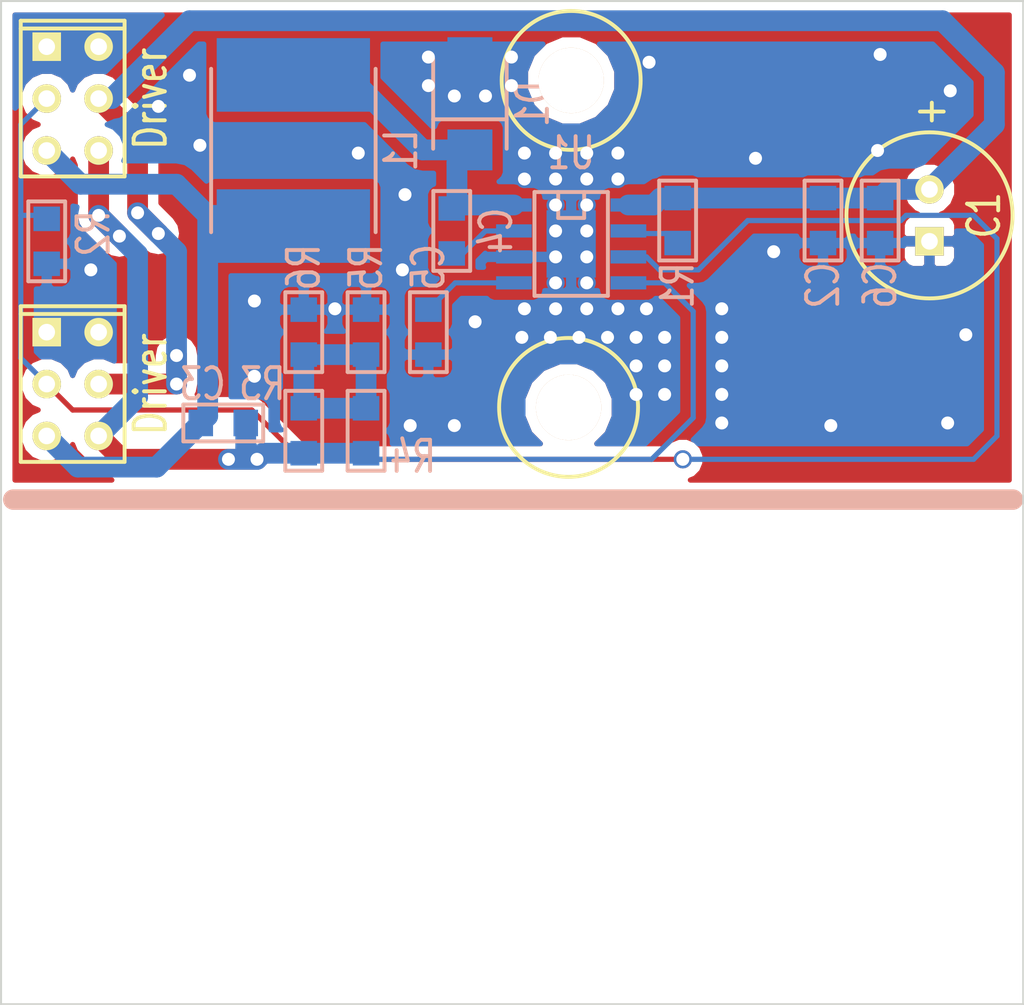
<source format=kicad_pcb>
(kicad_pcb (version 3) (host pcbnew "(25-Oct-2014 BZR 4029)-stable")

  (general
    (links 104)
    (no_connects 0)
    (area 98.58375 98.96475 150.500001 149.148001)
    (thickness 1.6)
    (drawings 9)
    (tracks 104)
    (zones 0)
    (modules 84)
    (nets 11)
  )

  (page A3)
  (title_block 
    (title "Borg HA LED Driver 2")
    (rev 1.0)
  )

  (layers
    (15 F.Cu signal)
    (0 B.Cu signal)
    (16 B.Adhes user)
    (17 F.Adhes user)
    (18 B.Paste user)
    (19 F.Paste user)
    (20 B.SilkS user)
    (21 F.SilkS user)
    (22 B.Mask user)
    (23 F.Mask user)
    (24 Dwgs.User user)
    (25 Cmts.User user)
    (26 Eco1.User user)
    (27 Eco2.User user)
    (28 Edge.Cuts user)
  )

  (setup
    (last_trace_width 0.254)
    (user_trace_width 0.254)
    (user_trace_width 0.508)
    (user_trace_width 0.762)
    (user_trace_width 1.016)
    (user_trace_width 1.27)
    (trace_clearance 0.254)
    (zone_clearance 0.508)
    (zone_45_only no)
    (trace_min 0.254)
    (segment_width 0.2)
    (edge_width 0.1)
    (via_size 0.889)
    (via_drill 0.635)
    (via_min_size 0.889)
    (via_min_drill 0.508)
    (uvia_size 0.508)
    (uvia_drill 0.127)
    (uvias_allowed no)
    (uvia_min_size 0.508)
    (uvia_min_drill 0.127)
    (pcb_text_width 0.3)
    (pcb_text_size 1.5 1.5)
    (mod_edge_width 0.15)
    (mod_text_size 1 1)
    (mod_text_width 0.15)
    (pad_size 1.397 1.397)
    (pad_drill 0.8128)
    (pad_to_mask_clearance 0)
    (aux_axis_origin 0 0)
    (visible_elements 7FFFFFBF)
    (pcbplotparams
      (layerselection 3178497)
      (usegerberextensions true)
      (excludeedgelayer true)
      (linewidth 0.150000)
      (plotframeref false)
      (viasonmask false)
      (mode 1)
      (useauxorigin false)
      (hpglpennumber 1)
      (hpglpenspeed 20)
      (hpglpendiameter 15)
      (hpglpenoverlay 2)
      (psnegative false)
      (psa4output false)
      (plotreference true)
      (plotvalue true)
      (plotothertext true)
      (plotinvisibletext false)
      (padsonsilk false)
      (subtractmaskfromsilk false)
      (outputformat 1)
      (mirror false)
      (drillshape 1)
      (scaleselection 1)
      (outputdirectory ""))
  )

  (net 0 "")
  (net 1 /LED+)
  (net 2 /LED-)
  (net 3 /ON)
  (net 4 /RS)
  (net 5 /SW)
  (net 6 /VBATT)
  (net 7 GND)
  (net 8 N-000002)
  (net 9 N-000003)
  (net 10 N-000007)

  (net_class Default "This is the default net class."
    (clearance 0.254)
    (trace_width 0.254)
    (via_dia 0.889)
    (via_drill 0.635)
    (uvia_dia 0.508)
    (uvia_drill 0.127)
    (add_net "")
    (add_net /ON)
    (add_net GND)
    (add_net N-000002)
    (add_net N-000003)
    (add_net N-000007)
  )

  (net_class Power ""
    (clearance 0.254)
    (trace_width 1.016)
    (via_dia 0.889)
    (via_drill 0.635)
    (uvia_dia 0.508)
    (uvia_drill 0.127)
    (add_net /LED+)
    (add_net /LED-)
    (add_net /RS)
    (add_net /SW)
    (add_net /VBATT)
  )

  (module R_SMT0805 (layer B.Cu) (tedit 5635BF85) (tstamp 5634E4B6)
    (at 133.096 110.744 270)
    (descr "Module R_SMT0805, length 3400 pad length 1200 width 1300")
    (path /5634DDB4)
    (fp_text reference R1 (at 3.175 0 270) (layer B.SilkS)
      (effects (font (size 1.524 1.143) (thickness 0.1905)) (justify mirror))
    )
    (fp_text value 140k (at 0 2.1717 270) (layer B.SilkS) hide
      (effects (font (size 1.524 1.143) (thickness 0.1905)) (justify mirror))
    )
    (fp_line (start -1.95326 -0.9017) (end 1.95326 -0.9017) (layer B.SilkS) (width 0.1905))
    (fp_line (start 1.95326 -0.9017) (end 1.95326 0.9017) (layer B.SilkS) (width 0.1905))
    (fp_line (start 1.95326 0.9017) (end -1.95326 0.9017) (layer B.SilkS) (width 0.1905))
    (fp_line (start -1.95326 0.9017) (end -1.95326 -0.9017) (layer B.SilkS) (width 0.1905))
    (pad 1 smd rect (at -1.09982 0 270) (size 1.19888 1.29794)
      (layers B.Cu B.Paste B.Mask)
      (net 6 /VBATT)
    )
    (pad 2 smd rect (at 1.09982 0 270) (size 1.19888 1.29794)
      (layers B.Cu B.Paste B.Mask)
      (net 8 N-000002)
    )
  )

  (module R_SMT0805 (layer B.Cu) (tedit 5636210F) (tstamp 5634E4C0)
    (at 102.235 111.76 90)
    (descr "Module R_SMT0805, length 3400 pad length 1200 width 1300")
    (path /5634E25F)
    (fp_text reference R2 (at 0.381 2.286 90) (layer B.SilkS)
      (effects (font (size 1.524 1.143) (thickness 0.1905)) (justify mirror))
    )
    (fp_text value 10k (at 0 2.1717 90) (layer B.SilkS) hide
      (effects (font (size 1.524 1.143) (thickness 0.1905)) (justify mirror))
    )
    (fp_line (start -1.95326 -0.9017) (end 1.95326 -0.9017) (layer B.SilkS) (width 0.1905))
    (fp_line (start 1.95326 -0.9017) (end 1.95326 0.9017) (layer B.SilkS) (width 0.1905))
    (fp_line (start 1.95326 0.9017) (end -1.95326 0.9017) (layer B.SilkS) (width 0.1905))
    (fp_line (start -1.95326 0.9017) (end -1.95326 -0.9017) (layer B.SilkS) (width 0.1905))
    (pad 1 smd rect (at -1.09982 0 90) (size 1.19888 1.29794)
      (layers B.Cu B.Paste B.Mask)
      (net 7 GND)
    )
    (pad 2 smd rect (at 1.09982 0 90) (size 1.19888 1.29794)
      (layers B.Cu B.Paste B.Mask)
      (net 3 /ON)
    )
  )

  (module R_SMT0805 (layer B.Cu) (tedit 5634E58C) (tstamp 5634E4CA)
    (at 117.856 116.205 270)
    (descr "Module R_SMT0805, length 3400 pad length 1200 width 1300")
    (path /5634E347)
    (fp_text reference R5 (at -3.175 0 270) (layer B.SilkS)
      (effects (font (size 1.524 1.143) (thickness 0.1905)) (justify mirror))
    )
    (fp_text value 1.5 (at 0 2.1717 270) (layer B.SilkS) hide
      (effects (font (size 1.524 1.143) (thickness 0.1905)) (justify mirror))
    )
    (fp_line (start -1.95326 -0.9017) (end 1.95326 -0.9017) (layer B.SilkS) (width 0.1905))
    (fp_line (start 1.95326 -0.9017) (end 1.95326 0.9017) (layer B.SilkS) (width 0.1905))
    (fp_line (start 1.95326 0.9017) (end -1.95326 0.9017) (layer B.SilkS) (width 0.1905))
    (fp_line (start -1.95326 0.9017) (end -1.95326 -0.9017) (layer B.SilkS) (width 0.1905))
    (pad 1 smd rect (at -1.09982 0 270) (size 1.19888 1.29794)
      (layers B.Cu B.Paste B.Mask)
      (net 7 GND)
    )
    (pad 2 smd rect (at 1.09982 0 270) (size 1.19888 1.29794)
      (layers B.Cu B.Paste B.Mask)
      (net 4 /RS)
    )
  )

  (module R_SMT0805 (layer B.Cu) (tedit 5634E58A) (tstamp 5635E097)
    (at 114.808 116.205 270)
    (descr "Module R_SMT0805, length 3400 pad length 1200 width 1300")
    (path /5634E481)
    (fp_text reference R6 (at -3.175 0 270) (layer B.SilkS)
      (effects (font (size 1.524 1.143) (thickness 0.1905)) (justify mirror))
    )
    (fp_text value 1.5 (at 0 2.1717 270) (layer B.SilkS) hide
      (effects (font (size 1.524 1.143) (thickness 0.1905)) (justify mirror))
    )
    (fp_line (start -1.95326 -0.9017) (end 1.95326 -0.9017) (layer B.SilkS) (width 0.1905))
    (fp_line (start 1.95326 -0.9017) (end 1.95326 0.9017) (layer B.SilkS) (width 0.1905))
    (fp_line (start 1.95326 0.9017) (end -1.95326 0.9017) (layer B.SilkS) (width 0.1905))
    (fp_line (start -1.95326 0.9017) (end -1.95326 -0.9017) (layer B.SilkS) (width 0.1905))
    (pad 1 smd rect (at -1.09982 0 270) (size 1.19888 1.29794)
      (layers B.Cu B.Paste B.Mask)
      (net 7 GND)
    )
    (pad 2 smd rect (at 1.09982 0 270) (size 1.19888 1.29794)
      (layers B.Cu B.Paste B.Mask)
      (net 4 /RS)
    )
  )

  (module R_SMT0805 (layer B.Cu) (tedit 56362103) (tstamp 5634E4DE)
    (at 114.808 121.031 270)
    (descr "Module R_SMT0805, length 3400 pad length 1200 width 1300")
    (path /5634E487)
    (fp_text reference R3 (at -2.286 2.032 360) (layer B.SilkS)
      (effects (font (size 1.524 1.143) (thickness 0.1905)) (justify mirror))
    )
    (fp_text value 1.5 (at 0 2.1717 270) (layer B.SilkS) hide
      (effects (font (size 1.524 1.143) (thickness 0.1905)) (justify mirror))
    )
    (fp_line (start -1.95326 -0.9017) (end 1.95326 -0.9017) (layer B.SilkS) (width 0.1905))
    (fp_line (start 1.95326 -0.9017) (end 1.95326 0.9017) (layer B.SilkS) (width 0.1905))
    (fp_line (start 1.95326 0.9017) (end -1.95326 0.9017) (layer B.SilkS) (width 0.1905))
    (fp_line (start -1.95326 0.9017) (end -1.95326 -0.9017) (layer B.SilkS) (width 0.1905))
    (pad 1 smd rect (at -1.09982 0 270) (size 1.19888 1.29794)
      (layers B.Cu B.Paste B.Mask)
      (net 4 /RS)
    )
    (pad 2 smd rect (at 1.09982 0 270) (size 1.19888 1.29794)
      (layers B.Cu B.Paste B.Mask)
      (net 2 /LED-)
    )
  )

  (module R_SMT0805 (layer B.Cu) (tedit 563620E7) (tstamp 5634E4E8)
    (at 117.856 121.031 270)
    (descr "Module R_SMT0805, length 3400 pad length 1200 width 1300")
    (path /5634E48D)
    (fp_text reference R4 (at 1.27 -2.286 360) (layer B.SilkS)
      (effects (font (size 1.524 1.143) (thickness 0.1905)) (justify mirror))
    )
    (fp_text value 1.5 (at 0 2.1717 270) (layer B.SilkS) hide
      (effects (font (size 1.524 1.143) (thickness 0.1905)) (justify mirror))
    )
    (fp_line (start -1.95326 -0.9017) (end 1.95326 -0.9017) (layer B.SilkS) (width 0.1905))
    (fp_line (start 1.95326 -0.9017) (end 1.95326 0.9017) (layer B.SilkS) (width 0.1905))
    (fp_line (start 1.95326 0.9017) (end -1.95326 0.9017) (layer B.SilkS) (width 0.1905))
    (fp_line (start -1.95326 0.9017) (end -1.95326 -0.9017) (layer B.SilkS) (width 0.1905))
    (pad 1 smd rect (at -1.09982 0 270) (size 1.19888 1.29794)
      (layers B.Cu B.Paste B.Mask)
      (net 4 /RS)
    )
    (pad 2 smd rect (at 1.09982 0 270) (size 1.19888 1.29794)
      (layers B.Cu B.Paste B.Mask)
      (net 2 /LED-)
    )
  )

  (module P_6_PIN2_100 (layer F.Cu) (tedit 56362645) (tstamp 5634E4F7)
    (at 103.505 104.775 270)
    (descr "Module P_6_PIN2_100, 6 pins two rows 100")
    (path /5634DDD2)
    (fp_text reference P1 (at 0 3.81 270) (layer F.SilkS) hide
      (effects (font (size 1.524 1.143) (thickness 0.1905)))
    )
    (fp_text value Driver (at 0 -3.81 270) (layer F.SilkS)
      (effects (font (size 1.524 1.143) (thickness 0.1905)))
    )
    (fp_line (start -3.81 2.54) (end 3.81 2.54) (layer F.SilkS) (width 0.1905))
    (fp_line (start 3.81 2.54) (end 3.81 -2.54) (layer F.SilkS) (width 0.1905))
    (fp_line (start 3.81 -2.54) (end -3.81 -2.54) (layer F.SilkS) (width 0.1905))
    (fp_line (start -3.81 -2.54) (end -3.81 2.54) (layer F.SilkS) (width 0.1905))
    (fp_line (start -3.429 2.54) (end -3.429 -2.54) (layer F.SilkS) (width 0.1905))
    (pad 1 thru_hole rect (at -2.54 1.27 270) (size 1.397 1.397) (drill 0.8128)
      (layers *.Cu *.Mask F.SilkS)
      (net 7 GND)
      (zone_connect 2)
    )
    (pad 3 thru_hole circle (at 0 1.27 270) (size 1.397 1.397) (drill 0.8128)
      (layers *.Cu *.Mask F.SilkS)
      (net 3 /ON)
    )
    (pad 5 thru_hole circle (at 2.54 1.27 270) (size 1.397 1.397) (drill 0.8128)
      (layers *.Cu *.Mask F.SilkS)
      (net 1 /LED+)
    )
    (pad 2 thru_hole circle (at -2.54 -1.27 270) (size 1.397 1.397) (drill 0.8128)
      (layers *.Cu *.Mask F.SilkS)
      (net 7 GND)
      (zone_connect 2)
    )
    (pad 4 thru_hole circle (at 0 -1.27 270) (size 1.397 1.397) (drill 0.8128)
      (layers *.Cu *.Mask F.SilkS)
      (net 6 /VBATT)
    )
    (pad 6 thru_hole circle (at 2.54 -1.27 270) (size 1.397 1.397) (drill 0.8128)
      (layers *.Cu *.Mask F.SilkS)
      (net 2 /LED-)
    )
  )

  (module D_SMB_W (layer B.Cu) (tedit 5635E81F) (tstamp 5634E507)
    (at 122.936 105.029 270)
    (descr "Module D_SMB_W")
    (path /5634DF02)
    (fp_text reference D1 (at 0 -3.06832 270) (layer B.SilkS)
      (effects (font (size 1.524 1.143) (thickness 0.1905)) (justify mirror))
    )
    (fp_text value B250A (at 0 3.06832 270) (layer B.SilkS) hide
      (effects (font (size 1.524 1.143) (thickness 0.1905)) (justify mirror))
    )
    (fp_line (start 2.19964 -1.79832) (end -2.19964 -1.79832) (layer B.SilkS) (width 0.1905))
    (fp_line (start 2.19964 1.79832) (end -2.19964 1.79832) (layer B.SilkS) (width 0.1905))
    (fp_line (start 0.75946 -1.79832) (end 0.75946 1.79832) (layer B.SilkS) (width 0.1905))
    (pad 1 smd rect (at 2.25806 0 270) (size 1.99898 2.19964)
      (layers B.Cu B.Paste B.Mask)
      (net 5 /SW)
    )
    (pad 2 smd rect (at -2.25806 0 270) (size 1.99898 2.19964)
      (layers B.Cu B.Paste B.Mask)
      (net 7 GND)
      (zone_connect 2)
    )
  )

  (module CP_W100_D320 (layer F.Cu) (tedit 200000) (tstamp 5634E50F)
    (at 145.415 110.49 90)
    (descr "Module CP_W100_D320, distance 100 diameter 320")
    (path /5634E01E)
    (fp_text reference C1 (at 0 2.667 90) (layer F.SilkS)
      (effects (font (size 1.524 1.143) (thickness 0.1905)))
    )
    (fp_text value 100u (at 0 -2.667 90) (layer F.SilkS) hide
      (effects (font (size 1.524 1.143) (thickness 0.1905)))
    )
    (fp_text user + (at 5.08 0 90) (layer F.SilkS)
      (effects (font (size 1.524 1.143) (thickness 0.1905)))
    )
    (fp_circle (center 0 0) (end 4.064 0) (layer F.SilkS) (width 0.1905))
    (pad 1 thru_hole rect (at -1.27 0 90) (size 1.397 1.397) (drill 0.8128)
      (layers *.Cu *.Mask F.SilkS)
      (net 7 GND)
    )
    (pad 2 thru_hole circle (at 1.27 0 90) (size 1.397 1.397) (drill 0.8128)
      (layers *.Cu *.Mask F.SilkS)
      (net 6 /VBATT)
    )
  )

  (module C_SMT0805 (layer B.Cu) (tedit 200000) (tstamp 5634E521)
    (at 122.047 111.252 270)
    (descr "Module C_SMT0805, length 3400 pad length 1200 width 1300")
    (path /5634DD96)
    (fp_text reference C4 (at 0 -2.1717 270) (layer B.SilkS)
      (effects (font (size 1.524 1.143) (thickness 0.1905)) (justify mirror))
    )
    (fp_text value 100n (at 0 2.1717 270) (layer B.SilkS) hide
      (effects (font (size 1.524 1.143) (thickness 0.1905)) (justify mirror))
    )
    (fp_line (start -1.95326 -0.9017) (end 1.95326 -0.9017) (layer B.SilkS) (width 0.1905))
    (fp_line (start 1.95326 -0.9017) (end 1.95326 0.9017) (layer B.SilkS) (width 0.1905))
    (fp_line (start 1.95326 0.9017) (end -1.95326 0.9017) (layer B.SilkS) (width 0.1905))
    (fp_line (start -1.95326 0.9017) (end -1.95326 -0.9017) (layer B.SilkS) (width 0.1905))
    (pad 1 smd rect (at -1.09982 0 270) (size 1.19888 1.29794)
      (layers B.Cu B.Paste B.Mask)
      (net 5 /SW)
    )
    (pad 2 smd rect (at 1.09982 0 270) (size 1.19888 1.29794)
      (layers B.Cu B.Paste B.Mask)
      (net 10 N-000007)
    )
  )

  (module C_SMT0805 (layer B.Cu) (tedit 563620F6) (tstamp 5634E52B)
    (at 110.871 120.65)
    (descr "Module C_SMT0805, length 3400 pad length 1200 width 1300")
    (path /5634DF49)
    (fp_text reference C3 (at -1.016 -1.905) (layer B.SilkS)
      (effects (font (size 1.524 1.143) (thickness 0.1905)) (justify mirror))
    )
    (fp_text value 680n (at 0 2.1717) (layer B.SilkS) hide
      (effects (font (size 1.524 1.143) (thickness 0.1905)) (justify mirror))
    )
    (fp_line (start -1.95326 -0.9017) (end 1.95326 -0.9017) (layer B.SilkS) (width 0.1905))
    (fp_line (start 1.95326 -0.9017) (end 1.95326 0.9017) (layer B.SilkS) (width 0.1905))
    (fp_line (start 1.95326 0.9017) (end -1.95326 0.9017) (layer B.SilkS) (width 0.1905))
    (fp_line (start -1.95326 0.9017) (end -1.95326 -0.9017) (layer B.SilkS) (width 0.1905))
    (pad 1 smd rect (at -1.09982 0) (size 1.19888 1.29794)
      (layers B.Cu B.Paste B.Mask)
      (net 1 /LED+)
    )
    (pad 2 smd rect (at 1.09982 0) (size 1.19888 1.29794)
      (layers B.Cu B.Paste B.Mask)
      (net 2 /LED-)
    )
  )

  (module C_SMT0805 (layer B.Cu) (tedit 5635BFD3) (tstamp 5634E535)
    (at 120.904 116.205 270)
    (descr "Module C_SMT0805, length 3400 pad length 1200 width 1300")
    (path /5634DFAC)
    (fp_text reference C5 (at -3.175 0 270) (layer B.SilkS)
      (effects (font (size 1.524 1.143) (thickness 0.1905)) (justify mirror))
    )
    (fp_text value 100n (at 0 2.1717 270) (layer B.SilkS) hide
      (effects (font (size 1.524 1.143) (thickness 0.1905)) (justify mirror))
    )
    (fp_line (start -1.95326 -0.9017) (end 1.95326 -0.9017) (layer B.SilkS) (width 0.1905))
    (fp_line (start 1.95326 -0.9017) (end 1.95326 0.9017) (layer B.SilkS) (width 0.1905))
    (fp_line (start 1.95326 0.9017) (end -1.95326 0.9017) (layer B.SilkS) (width 0.1905))
    (fp_line (start -1.95326 0.9017) (end -1.95326 -0.9017) (layer B.SilkS) (width 0.1905))
    (pad 1 smd rect (at -1.09982 0 270) (size 1.19888 1.29794)
      (layers B.Cu B.Paste B.Mask)
      (net 9 N-000003)
    )
    (pad 2 smd rect (at 1.09982 0 270) (size 1.19888 1.29794)
      (layers B.Cu B.Paste B.Mask)
      (net 7 GND)
    )
  )

  (module C_SMT0805 (layer B.Cu) (tedit 5635BF7E) (tstamp 5634E53F)
    (at 143.002 110.744 270)
    (descr "Module C_SMT0805, length 3400 pad length 1200 width 1300")
    (path /5634E031)
    (fp_text reference C6 (at 3.175 0 270) (layer B.SilkS)
      (effects (font (size 1.524 1.143) (thickness 0.1905)) (justify mirror))
    )
    (fp_text value 1u (at 0 2.1717 270) (layer B.SilkS) hide
      (effects (font (size 1.524 1.143) (thickness 0.1905)) (justify mirror))
    )
    (fp_line (start -1.95326 -0.9017) (end 1.95326 -0.9017) (layer B.SilkS) (width 0.1905))
    (fp_line (start 1.95326 -0.9017) (end 1.95326 0.9017) (layer B.SilkS) (width 0.1905))
    (fp_line (start 1.95326 0.9017) (end -1.95326 0.9017) (layer B.SilkS) (width 0.1905))
    (fp_line (start -1.95326 0.9017) (end -1.95326 -0.9017) (layer B.SilkS) (width 0.1905))
    (pad 1 smd rect (at -1.09982 0 270) (size 1.19888 1.29794)
      (layers B.Cu B.Paste B.Mask)
      (net 6 /VBATT)
    )
    (pad 2 smd rect (at 1.09982 0 270) (size 1.19888 1.29794)
      (layers B.Cu B.Paste B.Mask)
      (net 7 GND)
    )
  )

  (module L_SMT_Taiyo_Yuden_NR8040_WW (layer B.Cu) (tedit 200000) (tstamp 5634E4FE)
    (at 114.3 107.315 90)
    (descr "Module L_SMT_Taiyo_Yuden_NR8040_WW, length 8000 pad length 3600 width 7500")
    (path /5634DDA5)
    (fp_text reference L1 (at 0 5.26796 90) (layer B.SilkS)
      (effects (font (size 1.524 1.143) (thickness 0.1905)) (justify mirror))
    )
    (fp_text value "10u 2A" (at 0 -5.26796 90) (layer B.SilkS) hide
      (effects (font (size 1.524 1.143) (thickness 0.1905)) (justify mirror))
    )
    (fp_line (start 3.99796 -4.02336) (end -3.99796 -4.02336) (layer B.SilkS) (width 0.1905))
    (fp_line (start 3.99796 4.02336) (end -3.99796 4.02336) (layer B.SilkS) (width 0.1905))
    (pad 1 smd rect (at 3.69824 0 90) (size 3.59918 7.49808)
      (layers B.Cu B.Paste B.Mask)
      (net 5 /SW)
    )
    (pad 2 smd rect (at -3.69824 0 90) (size 3.59918 7.49808)
      (layers B.Cu B.Paste B.Mask)
      (net 1 /LED+)
    )
  )

  (module C_SMT0805 (layer B.Cu) (tedit 5635BF83) (tstamp 5634E517)
    (at 140.208 110.744 270)
    (descr "Module C_SMT0805, length 3400 pad length 1200 width 1300")
    (path /5635B8D3)
    (fp_text reference C2 (at 3.175 0 270) (layer B.SilkS)
      (effects (font (size 1.524 1.143) (thickness 0.1905)) (justify mirror))
    )
    (fp_text value 1u (at 0 2.1717 270) (layer B.SilkS) hide
      (effects (font (size 1.524 1.143) (thickness 0.1905)) (justify mirror))
    )
    (fp_line (start -1.95326 -0.9017) (end 1.95326 -0.9017) (layer B.SilkS) (width 0.1905))
    (fp_line (start 1.95326 -0.9017) (end 1.95326 0.9017) (layer B.SilkS) (width 0.1905))
    (fp_line (start 1.95326 0.9017) (end -1.95326 0.9017) (layer B.SilkS) (width 0.1905))
    (fp_line (start -1.95326 0.9017) (end -1.95326 -0.9017) (layer B.SilkS) (width 0.1905))
    (pad 1 smd rect (at -1.09982 0 270) (size 1.19888 1.29794)
      (layers B.Cu B.Paste B.Mask)
      (net 6 /VBATT)
    )
    (pad 2 smd rect (at 1.09982 0 270) (size 1.19888 1.29794)
      (layers B.Cu B.Paste B.Mask)
      (net 7 GND)
    )
  )

  (module P_6_PIN2_100 (layer F.Cu) (tedit 56362657) (tstamp 5635C0F8)
    (at 103.505 118.745 270)
    (descr "Module P_6_PIN2_100, 6 pins two rows 100")
    (path /5635C014)
    (fp_text reference P11 (at 0 3.81 270) (layer F.SilkS) hide
      (effects (font (size 1.524 1.143) (thickness 0.1905)))
    )
    (fp_text value Driver (at 0 -3.81 270) (layer F.SilkS)
      (effects (font (size 1.524 1.143) (thickness 0.1905)))
    )
    (fp_line (start -3.81 2.54) (end 3.81 2.54) (layer F.SilkS) (width 0.1905))
    (fp_line (start 3.81 2.54) (end 3.81 -2.54) (layer F.SilkS) (width 0.1905))
    (fp_line (start 3.81 -2.54) (end -3.81 -2.54) (layer F.SilkS) (width 0.1905))
    (fp_line (start -3.81 -2.54) (end -3.81 2.54) (layer F.SilkS) (width 0.1905))
    (fp_line (start -3.429 2.54) (end -3.429 -2.54) (layer F.SilkS) (width 0.1905))
    (pad 1 thru_hole rect (at -2.54 1.27 270) (size 1.397 1.397) (drill 0.8128)
      (layers *.Cu *.Mask F.SilkS)
      (net 7 GND)
      (zone_connect 2)
    )
    (pad 3 thru_hole circle (at 0 1.27 270) (size 1.397 1.397) (drill 0.8128)
      (layers *.Cu *.Mask F.SilkS)
      (net 3 /ON)
    )
    (pad 5 thru_hole circle (at 2.54 1.27 270) (size 1.397 1.397) (drill 0.8128)
      (layers *.Cu *.Mask F.SilkS)
      (net 1 /LED+)
    )
    (pad 2 thru_hole circle (at -2.54 -1.27 270) (size 1.397 1.397) (drill 0.8128)
      (layers *.Cu *.Mask F.SilkS)
      (net 7 GND)
      (zone_connect 2)
    )
    (pad 4 thru_hole circle (at 0 -1.27 270) (size 1.397 1.397) (drill 0.8128)
      (layers *.Cu *.Mask F.SilkS)
      (net 6 /VBATT)
    )
    (pad 6 thru_hole circle (at 2.54 -1.27 270) (size 1.397 1.397) (drill 0.8128)
      (layers *.Cu *.Mask F.SilkS)
      (net 2 /LED-)
    )
  )

  (module HOLE_3_2MM_6_8 (layer F.Cu) (tedit 5635E310) (tstamp 5635D29B)
    (at 127.762 119.888)
    (descr "Module HOLE_3_2MM_6_8, hole 3.200000MM, space 6.800000")
    (path /5635D254)
    (fp_text reference M1 (at 0 -3.81) (layer F.SilkS) hide
      (effects (font (size 1.524 1.143) (thickness 0.1905)))
    )
    (fp_text value HOLE (at 0 0) (layer F.SilkS) hide
      (effects (font (size 1.524 1.524) (thickness 0.15)))
    )
    (fp_circle (center 0 0) (end 3.39852 0) (layer F.SilkS) (width 0.1905))
    (pad "" np_thru_hole circle (at 0 0) (size 3.19786 3.19786) (drill 3.19786)
      (layers *.Cu *.SilkS *.Mask)
    )
  )

  (module HOLE_3_2MM_6_8 (layer F.Cu) (tedit 5635E309) (tstamp 5635D2A1)
    (at 127.889 103.886)
    (descr "Module HOLE_3_2MM_6_8, hole 3.200000MM, space 6.800000")
    (path /5635D261)
    (fp_text reference M2 (at 0 -3.81) (layer F.SilkS) hide
      (effects (font (size 1.524 1.143) (thickness 0.1905)))
    )
    (fp_text value HOLE (at 0 0) (layer F.SilkS) hide
      (effects (font (size 1.524 1.524) (thickness 0.15)))
    )
    (fp_circle (center 0 0) (end 3.39852 0) (layer F.SilkS) (width 0.1905))
    (pad "" np_thru_hole circle (at 0 0) (size 3.19786 3.19786) (drill 3.19786)
      (layers *.Cu *.SilkS *.Mask)
    )
  )

  (module VIA25MIL (layer F.Cu) (tedit 54281C4F) (tstamp 5635E5A8)
    (at 127.127 109.982)
    (path /5635EB1F)
    (fp_text reference V1 (at 0.127 -1.27) (layer F.SilkS) hide
      (effects (font (size 1 1) (thickness 0.15)))
    )
    (fp_text value VIA (at 0 1.397) (layer F.SilkS) hide
      (effects (font (size 1 1) (thickness 0.15)))
    )
    (pad 0 thru_hole circle (at 0 0) (size 0.889 0.889) (drill 0.635)
      (layers *.Cu)
      (net 7 GND)
      (zone_connect 2)
    )
  )

  (module VIA25MIL (layer F.Cu) (tedit 54281C4F) (tstamp 5635E5AD)
    (at 130.175 108.712)
    (path /5635EB7A)
    (fp_text reference V16 (at 0.127 -1.27) (layer F.SilkS) hide
      (effects (font (size 1 1) (thickness 0.15)))
    )
    (fp_text value VIA (at 0 1.397) (layer F.SilkS) hide
      (effects (font (size 1 1) (thickness 0.15)))
    )
    (pad 0 thru_hole circle (at 0 0) (size 0.889 0.889) (drill 0.635)
      (layers *.Cu)
      (net 7 GND)
      (zone_connect 2)
    )
  )

  (module VIA25MIL (layer F.Cu) (tedit 54281C4F) (tstamp 5635E5B2)
    (at 128.651 108.712)
    (path /5635EB74)
    (fp_text reference V15 (at 0.127 -1.27) (layer F.SilkS) hide
      (effects (font (size 1 1) (thickness 0.15)))
    )
    (fp_text value VIA (at 0 1.397) (layer F.SilkS) hide
      (effects (font (size 1 1) (thickness 0.15)))
    )
    (pad 0 thru_hole circle (at 0 0) (size 0.889 0.889) (drill 0.635)
      (layers *.Cu)
      (net 7 GND)
      (zone_connect 2)
    )
  )

  (module VIA25MIL (layer F.Cu) (tedit 54281C4F) (tstamp 5635E5B7)
    (at 127.127 108.712)
    (path /5635EB6E)
    (fp_text reference V14 (at 0.127 -1.27) (layer F.SilkS) hide
      (effects (font (size 1 1) (thickness 0.15)))
    )
    (fp_text value VIA (at 0 1.397) (layer F.SilkS) hide
      (effects (font (size 1 1) (thickness 0.15)))
    )
    (pad 0 thru_hole circle (at 0 0) (size 0.889 0.889) (drill 0.635)
      (layers *.Cu)
      (net 7 GND)
      (zone_connect 2)
    )
  )

  (module VIA25MIL (layer F.Cu) (tedit 54281C4F) (tstamp 5635E5BC)
    (at 125.603 108.712)
    (path /5635EB68)
    (fp_text reference V13 (at 0.127 -1.27) (layer F.SilkS) hide
      (effects (font (size 1 1) (thickness 0.15)))
    )
    (fp_text value VIA (at 0 1.397) (layer F.SilkS) hide
      (effects (font (size 1 1) (thickness 0.15)))
    )
    (pad 0 thru_hole circle (at 0 0) (size 0.889 0.889) (drill 0.635)
      (layers *.Cu)
      (net 7 GND)
      (zone_connect 2)
    )
  )

  (module VIA25MIL (layer F.Cu) (tedit 54281C4F) (tstamp 5635E5C1)
    (at 130.175 115.062)
    (path /5635EB62)
    (fp_text reference V12 (at 0.127 -1.27) (layer F.SilkS) hide
      (effects (font (size 1 1) (thickness 0.15)))
    )
    (fp_text value VIA (at 0 1.397) (layer F.SilkS) hide
      (effects (font (size 1 1) (thickness 0.15)))
    )
    (pad 0 thru_hole circle (at 0 0) (size 0.889 0.889) (drill 0.635)
      (layers *.Cu)
      (net 7 GND)
      (zone_connect 2)
    )
  )

  (module VIA25MIL (layer F.Cu) (tedit 54281C4F) (tstamp 5635E5C6)
    (at 128.651 115.062)
    (path /5635EB5C)
    (fp_text reference V11 (at 0.127 -1.27) (layer F.SilkS) hide
      (effects (font (size 1 1) (thickness 0.15)))
    )
    (fp_text value VIA (at 0 1.397) (layer F.SilkS) hide
      (effects (font (size 1 1) (thickness 0.15)))
    )
    (pad 0 thru_hole circle (at 0 0) (size 0.889 0.889) (drill 0.635)
      (layers *.Cu)
      (net 7 GND)
      (zone_connect 2)
    )
  )

  (module VIA25MIL (layer F.Cu) (tedit 54281C4F) (tstamp 5635E5CB)
    (at 127.127 115.062)
    (path /5635EB56)
    (fp_text reference V10 (at 0.127 -1.27) (layer F.SilkS) hide
      (effects (font (size 1 1) (thickness 0.15)))
    )
    (fp_text value VIA (at 0 1.397) (layer F.SilkS) hide
      (effects (font (size 1 1) (thickness 0.15)))
    )
    (pad 0 thru_hole circle (at 0 0) (size 0.889 0.889) (drill 0.635)
      (layers *.Cu)
      (net 7 GND)
      (zone_connect 2)
    )
  )

  (module VIA25MIL (layer F.Cu) (tedit 54281C4F) (tstamp 5635E5D0)
    (at 125.603 115.062)
    (path /5635EB50)
    (fp_text reference V9 (at 0.127 -1.27) (layer F.SilkS) hide
      (effects (font (size 1 1) (thickness 0.15)))
    )
    (fp_text value VIA (at 0 1.397) (layer F.SilkS) hide
      (effects (font (size 1 1) (thickness 0.15)))
    )
    (pad 0 thru_hole circle (at 0 0) (size 0.889 0.889) (drill 0.635)
      (layers *.Cu)
      (net 7 GND)
      (zone_connect 2)
    )
  )

  (module VIA25MIL (layer F.Cu) (tedit 54281C4F) (tstamp 5635E5D5)
    (at 128.651 113.792)
    (path /5635EB4A)
    (fp_text reference V8 (at 0.127 -1.27) (layer F.SilkS) hide
      (effects (font (size 1 1) (thickness 0.15)))
    )
    (fp_text value VIA (at 0 1.397) (layer F.SilkS) hide
      (effects (font (size 1 1) (thickness 0.15)))
    )
    (pad 0 thru_hole circle (at 0 0) (size 0.889 0.889) (drill 0.635)
      (layers *.Cu)
      (net 7 GND)
      (zone_connect 2)
    )
  )

  (module VIA25MIL (layer F.Cu) (tedit 54281C4F) (tstamp 5635E5DA)
    (at 127.127 113.792)
    (path /5635EB44)
    (fp_text reference V7 (at 0.127 -1.27) (layer F.SilkS) hide
      (effects (font (size 1 1) (thickness 0.15)))
    )
    (fp_text value VIA (at 0 1.397) (layer F.SilkS) hide
      (effects (font (size 1 1) (thickness 0.15)))
    )
    (pad 0 thru_hole circle (at 0 0) (size 0.889 0.889) (drill 0.635)
      (layers *.Cu)
      (net 7 GND)
      (zone_connect 2)
    )
  )

  (module VIA25MIL (layer F.Cu) (tedit 54281C4F) (tstamp 5635E5DF)
    (at 128.651 112.522)
    (path /5635EB3E)
    (fp_text reference V6 (at 0.127 -1.27) (layer F.SilkS) hide
      (effects (font (size 1 1) (thickness 0.15)))
    )
    (fp_text value VIA (at 0 1.397) (layer F.SilkS) hide
      (effects (font (size 1 1) (thickness 0.15)))
    )
    (pad 0 thru_hole circle (at 0 0) (size 0.889 0.889) (drill 0.635)
      (layers *.Cu)
      (net 7 GND)
      (zone_connect 2)
    )
  )

  (module VIA25MIL (layer F.Cu) (tedit 54281C4F) (tstamp 5635E5E4)
    (at 127.127 112.522)
    (path /5635EB38)
    (fp_text reference V5 (at 0.127 -1.27) (layer F.SilkS) hide
      (effects (font (size 1 1) (thickness 0.15)))
    )
    (fp_text value VIA (at 0 1.397) (layer F.SilkS) hide
      (effects (font (size 1 1) (thickness 0.15)))
    )
    (pad 0 thru_hole circle (at 0 0) (size 0.889 0.889) (drill 0.635)
      (layers *.Cu)
      (net 7 GND)
      (zone_connect 2)
    )
  )

  (module VIA25MIL (layer F.Cu) (tedit 54281C4F) (tstamp 5635E5E9)
    (at 128.651 111.252)
    (path /5635EB32)
    (fp_text reference V4 (at 0.127 -1.27) (layer F.SilkS) hide
      (effects (font (size 1 1) (thickness 0.15)))
    )
    (fp_text value VIA (at 0 1.397) (layer F.SilkS) hide
      (effects (font (size 1 1) (thickness 0.15)))
    )
    (pad 0 thru_hole circle (at 0 0) (size 0.889 0.889) (drill 0.635)
      (layers *.Cu)
      (net 7 GND)
      (zone_connect 2)
    )
  )

  (module VIA25MIL (layer F.Cu) (tedit 54281C4F) (tstamp 5635E5EE)
    (at 127.127 111.252)
    (path /5635EB2C)
    (fp_text reference V3 (at 0.127 -1.27) (layer F.SilkS) hide
      (effects (font (size 1 1) (thickness 0.15)))
    )
    (fp_text value VIA (at 0 1.397) (layer F.SilkS) hide
      (effects (font (size 1 1) (thickness 0.15)))
    )
    (pad 0 thru_hole circle (at 0 0) (size 0.889 0.889) (drill 0.635)
      (layers *.Cu)
      (net 7 GND)
      (zone_connect 2)
    )
  )

  (module VIA25MIL (layer F.Cu) (tedit 54281C4F) (tstamp 5635E5F3)
    (at 128.651 109.982)
    (path /5635EB26)
    (fp_text reference V2 (at 0.127 -1.27) (layer F.SilkS) hide
      (effects (font (size 1 1) (thickness 0.15)))
    )
    (fp_text value VIA (at 0 1.397) (layer F.SilkS) hide
      (effects (font (size 1 1) (thickness 0.15)))
    )
    (pad 0 thru_hole circle (at 0 0) (size 0.889 0.889) (drill 0.635)
      (layers *.Cu)
      (net 7 GND)
      (zone_connect 2)
    )
  )

  (module VIA25MIL (layer F.Cu) (tedit 54281C4F) (tstamp 5635E5F8)
    (at 125.476 116.459)
    (path /5635E507)
    (fp_text reference V17 (at 0.127 -1.27) (layer F.SilkS) hide
      (effects (font (size 1 1) (thickness 0.15)))
    )
    (fp_text value VIA (at 0 1.397) (layer F.SilkS) hide
      (effects (font (size 1 1) (thickness 0.15)))
    )
    (pad 0 thru_hole circle (at 0 0) (size 0.889 0.889) (drill 0.635)
      (layers *.Cu)
      (net 7 GND)
      (zone_connect 2)
    )
  )

  (module VIA25MIL (layer F.Cu) (tedit 54281C4F) (tstamp 5635E5FD)
    (at 146.304 120.65)
    (path /5635E571)
    (fp_text reference V32 (at 0.127 -1.27) (layer F.SilkS) hide
      (effects (font (size 1 1) (thickness 0.15)))
    )
    (fp_text value VIA (at 0 1.397) (layer F.SilkS) hide
      (effects (font (size 1 1) (thickness 0.15)))
    )
    (pad 0 thru_hole circle (at 0 0) (size 0.889 0.889) (drill 0.635)
      (layers *.Cu)
      (net 7 GND)
      (zone_connect 2)
    )
  )

  (module VIA25MIL (layer F.Cu) (tedit 54281C4F) (tstamp 5635E602)
    (at 109.22 103.632)
    (path /5635E56B)
    (fp_text reference V31 (at 0.127 -1.27) (layer F.SilkS) hide
      (effects (font (size 1 1) (thickness 0.15)))
    )
    (fp_text value VIA (at 0 1.397) (layer F.SilkS) hide
      (effects (font (size 1 1) (thickness 0.15)))
    )
    (pad 0 thru_hole circle (at 0 0) (size 0.889 0.889) (drill 0.635)
      (layers *.Cu)
      (net 7 GND)
      (zone_connect 2)
    )
  )

  (module VIA25MIL (layer F.Cu) (tedit 54281C4F) (tstamp 5635E607)
    (at 107.696 105.156)
    (path /5635E565)
    (fp_text reference V30 (at 0.127 -1.27) (layer F.SilkS) hide
      (effects (font (size 1 1) (thickness 0.15)))
    )
    (fp_text value VIA (at 0 1.397) (layer F.SilkS) hide
      (effects (font (size 1 1) (thickness 0.15)))
    )
    (pad 0 thru_hole circle (at 0 0) (size 0.889 0.889) (drill 0.635)
      (layers *.Cu)
      (net 7 GND)
      (zone_connect 2)
    )
  )

  (module VIA25MIL (layer F.Cu) (tedit 54281C4F) (tstamp 5635E60C)
    (at 122.174 104.648)
    (path /5635E55F)
    (fp_text reference V29 (at 0.127 -1.27) (layer F.SilkS) hide
      (effects (font (size 1 1) (thickness 0.15)))
    )
    (fp_text value VIA (at 0 1.397) (layer F.SilkS) hide
      (effects (font (size 1 1) (thickness 0.15)))
    )
    (pad 0 thru_hole circle (at 0 0) (size 0.889 0.889) (drill 0.635)
      (layers *.Cu)
      (net 7 GND)
      (zone_connect 2)
    )
  )

  (module VIA25MIL (layer F.Cu) (tedit 54281C4F) (tstamp 5635E611)
    (at 120.904 104.14)
    (path /5635E559)
    (fp_text reference V28 (at 0.127 -1.27) (layer F.SilkS) hide
      (effects (font (size 1 1) (thickness 0.15)))
    )
    (fp_text value VIA (at 0 1.397) (layer F.SilkS) hide
      (effects (font (size 1 1) (thickness 0.15)))
    )
    (pad 0 thru_hole circle (at 0 0) (size 0.889 0.889) (drill 0.635)
      (layers *.Cu)
      (net 7 GND)
      (zone_connect 2)
    )
  )

  (module VIA25MIL (layer F.Cu) (tedit 54281C4F) (tstamp 5635E616)
    (at 124.968 104.14)
    (path /5635E553)
    (fp_text reference V27 (at 0.127 -1.27) (layer F.SilkS) hide
      (effects (font (size 1 1) (thickness 0.15)))
    )
    (fp_text value VIA (at 0 1.397) (layer F.SilkS) hide
      (effects (font (size 1 1) (thickness 0.15)))
    )
    (pad 0 thru_hole circle (at 0 0) (size 0.889 0.889) (drill 0.635)
      (layers *.Cu)
      (net 7 GND)
      (zone_connect 2)
    )
  )

  (module VIA25MIL (layer F.Cu) (tedit 54281C4F) (tstamp 5635E61B)
    (at 124.968 102.743)
    (path /5635E54D)
    (fp_text reference V26 (at 0.127 -1.27) (layer F.SilkS) hide
      (effects (font (size 1 1) (thickness 0.15)))
    )
    (fp_text value VIA (at 0 1.397) (layer F.SilkS) hide
      (effects (font (size 1 1) (thickness 0.15)))
    )
    (pad 0 thru_hole circle (at 0 0) (size 0.889 0.889) (drill 0.635)
      (layers *.Cu)
      (net 7 GND)
      (zone_connect 2)
    )
  )

  (module VIA25MIL (layer F.Cu) (tedit 54281C4F) (tstamp 5635E620)
    (at 120.904 102.743)
    (path /5635E547)
    (fp_text reference V25 (at 0.127 -1.27) (layer F.SilkS) hide
      (effects (font (size 1 1) (thickness 0.15)))
    )
    (fp_text value VIA (at 0 1.397) (layer F.SilkS) hide
      (effects (font (size 1 1) (thickness 0.15)))
    )
    (pad 0 thru_hole circle (at 0 0) (size 0.889 0.889) (drill 0.635)
      (layers *.Cu)
      (net 7 GND)
      (zone_connect 2)
    )
  )

  (module VIA25MIL (layer F.Cu) (tedit 54281C4F) (tstamp 5635E625)
    (at 130.175 107.442)
    (path /5635E541)
    (fp_text reference V24 (at 0.127 -1.27) (layer F.SilkS) hide
      (effects (font (size 1 1) (thickness 0.15)))
    )
    (fp_text value VIA (at 0 1.397) (layer F.SilkS) hide
      (effects (font (size 1 1) (thickness 0.15)))
    )
    (pad 0 thru_hole circle (at 0 0) (size 0.889 0.889) (drill 0.635)
      (layers *.Cu)
      (net 7 GND)
      (zone_connect 2)
    )
  )

  (module VIA25MIL (layer F.Cu) (tedit 54281C4F) (tstamp 5635E62A)
    (at 128.651 107.442)
    (path /5635E53B)
    (fp_text reference V23 (at 0.127 -1.27) (layer F.SilkS) hide
      (effects (font (size 1 1) (thickness 0.15)))
    )
    (fp_text value VIA (at 0 1.397) (layer F.SilkS) hide
      (effects (font (size 1 1) (thickness 0.15)))
    )
    (pad 0 thru_hole circle (at 0 0) (size 0.889 0.889) (drill 0.635)
      (layers *.Cu)
      (net 7 GND)
      (zone_connect 2)
    )
  )

  (module VIA25MIL (layer F.Cu) (tedit 54281C4F) (tstamp 5635E62F)
    (at 127.127 107.442)
    (path /5635E535)
    (fp_text reference V22 (at 0.127 -1.27) (layer F.SilkS) hide
      (effects (font (size 1 1) (thickness 0.15)))
    )
    (fp_text value VIA (at 0 1.397) (layer F.SilkS) hide
      (effects (font (size 1 1) (thickness 0.15)))
    )
    (pad 0 thru_hole circle (at 0 0) (size 0.889 0.889) (drill 0.635)
      (layers *.Cu)
      (net 7 GND)
      (zone_connect 2)
    )
  )

  (module VIA25MIL (layer F.Cu) (tedit 54281C4F) (tstamp 5635E634)
    (at 125.603 107.442)
    (path /5635E52F)
    (fp_text reference V21 (at 0.127 -1.27) (layer F.SilkS) hide
      (effects (font (size 1 1) (thickness 0.15)))
    )
    (fp_text value VIA (at 0 1.397) (layer F.SilkS) hide
      (effects (font (size 1 1) (thickness 0.15)))
    )
    (pad 0 thru_hole circle (at 0 0) (size 0.889 0.889) (drill 0.635)
      (layers *.Cu)
      (net 7 GND)
      (zone_connect 2)
    )
  )

  (module VIA25MIL (layer F.Cu) (tedit 54281C4F) (tstamp 5635E639)
    (at 129.667 116.459)
    (path /5635E529)
    (fp_text reference V20 (at 0.127 -1.27) (layer F.SilkS) hide
      (effects (font (size 1 1) (thickness 0.15)))
    )
    (fp_text value VIA (at 0 1.397) (layer F.SilkS) hide
      (effects (font (size 1 1) (thickness 0.15)))
    )
    (pad 0 thru_hole circle (at 0 0) (size 0.889 0.889) (drill 0.635)
      (layers *.Cu)
      (net 7 GND)
      (zone_connect 2)
    )
  )

  (module VIA25MIL (layer F.Cu) (tedit 54281C4F) (tstamp 5635E63E)
    (at 128.27 116.459)
    (path /5635E523)
    (fp_text reference V19 (at 0.127 -1.27) (layer F.SilkS) hide
      (effects (font (size 1 1) (thickness 0.15)))
    )
    (fp_text value VIA (at 0 1.397) (layer F.SilkS) hide
      (effects (font (size 1 1) (thickness 0.15)))
    )
    (pad 0 thru_hole circle (at 0 0) (size 0.889 0.889) (drill 0.635)
      (layers *.Cu)
      (net 7 GND)
      (zone_connect 2)
    )
  )

  (module VIA25MIL (layer F.Cu) (tedit 54281C4F) (tstamp 5635E643)
    (at 126.873 116.459)
    (path /5635E51B)
    (fp_text reference V18 (at 0.127 -1.27) (layer F.SilkS) hide
      (effects (font (size 1 1) (thickness 0.15)))
    )
    (fp_text value VIA (at 0 1.397) (layer F.SilkS) hide
      (effects (font (size 1 1) (thickness 0.15)))
    )
    (pad 0 thru_hole circle (at 0 0) (size 0.889 0.889) (drill 0.635)
      (layers *.Cu)
      (net 7 GND)
      (zone_connect 2)
    )
  )

  (module VIA25MIL (layer F.Cu) (tedit 54281C4F) (tstamp 5635EAC1)
    (at 131.572 115.062)
    (path /5635ECB3)
    (fp_text reference V33 (at 0.127 -1.27) (layer F.SilkS) hide
      (effects (font (size 1 1) (thickness 0.15)))
    )
    (fp_text value VIA (at 0 1.397) (layer F.SilkS) hide
      (effects (font (size 1 1) (thickness 0.15)))
    )
    (pad 0 thru_hole circle (at 0 0) (size 0.889 0.889) (drill 0.635)
      (layers *.Cu)
      (net 7 GND)
      (zone_connect 2)
    )
  )

  (module VIA25MIL (layer F.Cu) (tedit 54281C4F) (tstamp 5635EAC6)
    (at 131.064 116.459)
    (path /5635ECB9)
    (fp_text reference V34 (at 0.127 -1.27) (layer F.SilkS) hide
      (effects (font (size 1 1) (thickness 0.15)))
    )
    (fp_text value VIA (at 0 1.397) (layer F.SilkS) hide
      (effects (font (size 1 1) (thickness 0.15)))
    )
    (pad 0 thru_hole circle (at 0 0) (size 0.889 0.889) (drill 0.635)
      (layers *.Cu)
      (net 7 GND)
      (zone_connect 2)
    )
  )

  (module VIA25MIL (layer F.Cu) (tedit 54281C4F) (tstamp 5635EACB)
    (at 123.698 104.648)
    (path /5635ECBF)
    (fp_text reference V35 (at 0.127 -1.27) (layer F.SilkS) hide
      (effects (font (size 1 1) (thickness 0.15)))
    )
    (fp_text value VIA (at 0 1.397) (layer F.SilkS) hide
      (effects (font (size 1 1) (thickness 0.15)))
    )
    (pad 0 thru_hole circle (at 0 0) (size 0.889 0.889) (drill 0.635)
      (layers *.Cu)
      (net 7 GND)
      (zone_connect 2)
    )
  )

  (module VIA25MIL (layer F.Cu) (tedit 54281C4F) (tstamp 5635EAD0)
    (at 131.064 119.253)
    (path /5635ECC5)
    (fp_text reference V36 (at 0.127 -1.27) (layer F.SilkS) hide
      (effects (font (size 1 1) (thickness 0.15)))
    )
    (fp_text value VIA (at 0 1.397) (layer F.SilkS) hide
      (effects (font (size 1 1) (thickness 0.15)))
    )
    (pad 0 thru_hole circle (at 0 0) (size 0.889 0.889) (drill 0.635)
      (layers *.Cu)
      (net 7 GND)
      (zone_connect 2)
    )
  )

  (module VIA25MIL (layer F.Cu) (tedit 54281C4F) (tstamp 5635EAD5)
    (at 132.461 116.459)
    (path /5635ECCB)
    (fp_text reference V37 (at 0.127 -1.27) (layer F.SilkS) hide
      (effects (font (size 1 1) (thickness 0.15)))
    )
    (fp_text value VIA (at 0 1.397) (layer F.SilkS) hide
      (effects (font (size 1 1) (thickness 0.15)))
    )
    (pad 0 thru_hole circle (at 0 0) (size 0.889 0.889) (drill 0.635)
      (layers *.Cu)
      (net 7 GND)
      (zone_connect 2)
    )
  )

  (module VIA25MIL (layer F.Cu) (tedit 54281C4F) (tstamp 5635EADA)
    (at 132.461 117.856)
    (path /5635ECD1)
    (fp_text reference V38 (at 0.127 -1.27) (layer F.SilkS) hide
      (effects (font (size 1 1) (thickness 0.15)))
    )
    (fp_text value VIA (at 0 1.397) (layer F.SilkS) hide
      (effects (font (size 1 1) (thickness 0.15)))
    )
    (pad 0 thru_hole circle (at 0 0) (size 0.889 0.889) (drill 0.635)
      (layers *.Cu)
      (net 7 GND)
      (zone_connect 2)
    )
  )

  (module VIA25MIL (layer F.Cu) (tedit 54281C4F) (tstamp 5635EADF)
    (at 132.461 119.253)
    (path /5635ECD7)
    (fp_text reference V39 (at 0.127 -1.27) (layer F.SilkS) hide
      (effects (font (size 1 1) (thickness 0.15)))
    )
    (fp_text value VIA (at 0 1.397) (layer F.SilkS) hide
      (effects (font (size 1 1) (thickness 0.15)))
    )
    (pad 0 thru_hole circle (at 0 0) (size 0.889 0.889) (drill 0.635)
      (layers *.Cu)
      (net 7 GND)
      (zone_connect 2)
    )
  )

  (module VIA25MIL (layer F.Cu) (tedit 54281C4F) (tstamp 5635EAE4)
    (at 135.255 115.062)
    (path /5635ECDD)
    (fp_text reference V40 (at 0.127 -1.27) (layer F.SilkS) hide
      (effects (font (size 1 1) (thickness 0.15)))
    )
    (fp_text value VIA (at 0 1.397) (layer F.SilkS) hide
      (effects (font (size 1 1) (thickness 0.15)))
    )
    (pad 0 thru_hole circle (at 0 0) (size 0.889 0.889) (drill 0.635)
      (layers *.Cu)
      (net 7 GND)
      (zone_connect 2)
    )
  )

  (module VIA25MIL (layer F.Cu) (tedit 54281C4F) (tstamp 5635EAE9)
    (at 135.255 116.459)
    (path /5635ECE3)
    (fp_text reference V41 (at 0.127 -1.27) (layer F.SilkS) hide
      (effects (font (size 1 1) (thickness 0.15)))
    )
    (fp_text value VIA (at 0 1.397) (layer F.SilkS) hide
      (effects (font (size 1 1) (thickness 0.15)))
    )
    (pad 0 thru_hole circle (at 0 0) (size 0.889 0.889) (drill 0.635)
      (layers *.Cu)
      (net 7 GND)
      (zone_connect 2)
    )
  )

  (module VIA25MIL (layer F.Cu) (tedit 54281C4F) (tstamp 5635EAEE)
    (at 135.255 117.856)
    (path /5635ECE9)
    (fp_text reference V42 (at 0.127 -1.27) (layer F.SilkS) hide
      (effects (font (size 1 1) (thickness 0.15)))
    )
    (fp_text value VIA (at 0 1.397) (layer F.SilkS) hide
      (effects (font (size 1 1) (thickness 0.15)))
    )
    (pad 0 thru_hole circle (at 0 0) (size 0.889 0.889) (drill 0.635)
      (layers *.Cu)
      (net 7 GND)
      (zone_connect 2)
    )
  )

  (module VIA25MIL (layer F.Cu) (tedit 54281C4F) (tstamp 5635EAF3)
    (at 135.255 119.253)
    (path /5635ECEF)
    (fp_text reference V43 (at 0.127 -1.27) (layer F.SilkS) hide
      (effects (font (size 1 1) (thickness 0.15)))
    )
    (fp_text value VIA (at 0 1.397) (layer F.SilkS) hide
      (effects (font (size 1 1) (thickness 0.15)))
    )
    (pad 0 thru_hole circle (at 0 0) (size 0.889 0.889) (drill 0.635)
      (layers *.Cu)
      (net 7 GND)
      (zone_connect 2)
    )
  )

  (module VIA25MIL (layer F.Cu) (tedit 54281C4F) (tstamp 5635EAF8)
    (at 135.255 120.65)
    (path /5635ECF5)
    (fp_text reference V44 (at 0.127 -1.27) (layer F.SilkS) hide
      (effects (font (size 1 1) (thickness 0.15)))
    )
    (fp_text value VIA (at 0 1.397) (layer F.SilkS) hide
      (effects (font (size 1 1) (thickness 0.15)))
    )
    (pad 0 thru_hole circle (at 0 0) (size 0.889 0.889) (drill 0.635)
      (layers *.Cu)
      (net 7 GND)
      (zone_connect 2)
    )
  )

  (module VIA25MIL (layer F.Cu) (tedit 54281C4F) (tstamp 5635EAFD)
    (at 131.064 117.856)
    (path /5635ECFB)
    (fp_text reference V45 (at 0.127 -1.27) (layer F.SilkS) hide
      (effects (font (size 1 1) (thickness 0.15)))
    )
    (fp_text value VIA (at 0 1.397) (layer F.SilkS) hide
      (effects (font (size 1 1) (thickness 0.15)))
    )
    (pad 0 thru_hole circle (at 0 0) (size 0.889 0.889) (drill 0.635)
      (layers *.Cu)
      (net 7 GND)
      (zone_connect 2)
    )
  )

  (module VIA25MIL (layer F.Cu) (tedit 54281C4F) (tstamp 5635EB02)
    (at 146.431 104.394)
    (path /5635ED01)
    (fp_text reference V46 (at 0.127 -1.27) (layer F.SilkS) hide
      (effects (font (size 1 1) (thickness 0.15)))
    )
    (fp_text value VIA (at 0 1.397) (layer F.SilkS) hide
      (effects (font (size 1 1) (thickness 0.15)))
    )
    (pad 0 thru_hole circle (at 0 0) (size 0.889 0.889) (drill 0.635)
      (layers *.Cu)
      (net 7 GND)
      (zone_connect 2)
    )
  )

  (module VIA25MIL (layer F.Cu) (tedit 54281C4F) (tstamp 5635EB07)
    (at 143.002 102.616)
    (path /5635ED07)
    (fp_text reference V47 (at 0.127 -1.27) (layer F.SilkS) hide
      (effects (font (size 1 1) (thickness 0.15)))
    )
    (fp_text value VIA (at 0 1.397) (layer F.SilkS) hide
      (effects (font (size 1 1) (thickness 0.15)))
    )
    (pad 0 thru_hole circle (at 0 0) (size 0.889 0.889) (drill 0.635)
      (layers *.Cu)
      (net 7 GND)
      (zone_connect 2)
    )
  )

  (module VIA25MIL (layer F.Cu) (tedit 54281C4F) (tstamp 5635EB0C)
    (at 142.875 107.315)
    (path /5635ED0D)
    (fp_text reference V48 (at 0.127 -1.27) (layer F.SilkS) hide
      (effects (font (size 1 1) (thickness 0.15)))
    )
    (fp_text value VIA (at 0 1.397) (layer F.SilkS) hide
      (effects (font (size 1 1) (thickness 0.15)))
    )
    (pad 0 thru_hole circle (at 0 0) (size 0.889 0.889) (drill 0.635)
      (layers *.Cu)
      (net 7 GND)
      (zone_connect 2)
    )
  )

  (module VIA25MIL (layer F.Cu) (tedit 54281C4F) (tstamp 5635EBA7)
    (at 109.728 107.061)
    (path /5635EFA5)
    (fp_text reference V49 (at 0.127 -1.27) (layer F.SilkS) hide
      (effects (font (size 1 1) (thickness 0.15)))
    )
    (fp_text value VIA (at 0 1.397) (layer F.SilkS) hide
      (effects (font (size 1 1) (thickness 0.15)))
    )
    (pad 0 thru_hole circle (at 0 0) (size 0.889 0.889) (drill 0.635)
      (layers *.Cu)
      (net 7 GND)
      (zone_connect 2)
    )
  )

  (module VIA25MIL (layer F.Cu) (tedit 54281C4F) (tstamp 5635EBAC)
    (at 104.394 113.157)
    (path /5635EFAB)
    (fp_text reference V50 (at 0.127 -1.27) (layer F.SilkS) hide
      (effects (font (size 1 1) (thickness 0.15)))
    )
    (fp_text value VIA (at 0 1.397) (layer F.SilkS) hide
      (effects (font (size 1 1) (thickness 0.15)))
    )
    (pad 0 thru_hole circle (at 0 0) (size 0.889 0.889) (drill 0.635)
      (layers *.Cu)
      (net 7 GND)
      (zone_connect 2)
    )
  )

  (module VIA25MIL (layer F.Cu) (tedit 54281C4F) (tstamp 5635EBB1)
    (at 117.475 107.442)
    (path /5635EFB1)
    (fp_text reference V51 (at 0.127 -1.27) (layer F.SilkS) hide
      (effects (font (size 1 1) (thickness 0.15)))
    )
    (fp_text value VIA (at 0 1.397) (layer F.SilkS) hide
      (effects (font (size 1 1) (thickness 0.15)))
    )
    (pad 0 thru_hole circle (at 0 0) (size 0.889 0.889) (drill 0.635)
      (layers *.Cu)
      (net 7 GND)
      (zone_connect 2)
    )
  )

  (module VIA25MIL (layer F.Cu) (tedit 54281C4F) (tstamp 5635EBB6)
    (at 112.395 114.681)
    (path /5635EFB7)
    (fp_text reference V52 (at 0.127 -1.27) (layer F.SilkS) hide
      (effects (font (size 1 1) (thickness 0.15)))
    )
    (fp_text value VIA (at 0 1.397) (layer F.SilkS) hide
      (effects (font (size 1 1) (thickness 0.15)))
    )
    (pad 0 thru_hole circle (at 0 0) (size 0.889 0.889) (drill 0.635)
      (layers *.Cu)
      (net 7 GND)
      (zone_connect 2)
    )
  )

  (module VIA25MIL (layer F.Cu) (tedit 54281C4F) (tstamp 5635EBBB)
    (at 112.395 118.364)
    (path /5635EFBD)
    (fp_text reference V53 (at 0.127 -1.27) (layer F.SilkS) hide
      (effects (font (size 1 1) (thickness 0.15)))
    )
    (fp_text value VIA (at 0 1.397) (layer F.SilkS) hide
      (effects (font (size 1 1) (thickness 0.15)))
    )
    (pad 0 thru_hole circle (at 0 0) (size 0.889 0.889) (drill 0.635)
      (layers *.Cu)
      (net 7 GND)
      (zone_connect 2)
    )
  )

  (module VIA25MIL (layer F.Cu) (tedit 54281C4F) (tstamp 5635EBC0)
    (at 116.332 115.062)
    (path /5635EFC3)
    (fp_text reference V54 (at 0.127 -1.27) (layer F.SilkS) hide
      (effects (font (size 1 1) (thickness 0.15)))
    )
    (fp_text value VIA (at 0 1.397) (layer F.SilkS) hide
      (effects (font (size 1 1) (thickness 0.15)))
    )
    (pad 0 thru_hole circle (at 0 0) (size 0.889 0.889) (drill 0.635)
      (layers *.Cu)
      (net 7 GND)
      (zone_connect 2)
    )
  )

  (module VIA25MIL (layer F.Cu) (tedit 54281C4F) (tstamp 5635EBC5)
    (at 119.634 113.157)
    (path /5635EFC9)
    (fp_text reference V55 (at 0.127 -1.27) (layer F.SilkS) hide
      (effects (font (size 1 1) (thickness 0.15)))
    )
    (fp_text value VIA (at 0 1.397) (layer F.SilkS) hide
      (effects (font (size 1 1) (thickness 0.15)))
    )
    (pad 0 thru_hole circle (at 0 0) (size 0.889 0.889) (drill 0.635)
      (layers *.Cu)
      (net 7 GND)
      (zone_connect 2)
    )
  )

  (module VIA25MIL (layer F.Cu) (tedit 54281C4F) (tstamp 5635EBCA)
    (at 131.699 102.997)
    (path /5635EFCF)
    (fp_text reference V56 (at 0.127 -1.27) (layer F.SilkS) hide
      (effects (font (size 1 1) (thickness 0.15)))
    )
    (fp_text value VIA (at 0 1.397) (layer F.SilkS) hide
      (effects (font (size 1 1) (thickness 0.15)))
    )
    (pad 0 thru_hole circle (at 0 0) (size 0.889 0.889) (drill 0.635)
      (layers *.Cu)
      (net 7 GND)
      (zone_connect 2)
    )
  )

  (module VIA25MIL (layer F.Cu) (tedit 54281C4F) (tstamp 5635EBCF)
    (at 120.015 120.777)
    (path /5635EFD5)
    (fp_text reference V57 (at 0.127 -1.27) (layer F.SilkS) hide
      (effects (font (size 1 1) (thickness 0.15)))
    )
    (fp_text value VIA (at 0 1.397) (layer F.SilkS) hide
      (effects (font (size 1 1) (thickness 0.15)))
    )
    (pad 0 thru_hole circle (at 0 0) (size 0.889 0.889) (drill 0.635)
      (layers *.Cu)
      (net 7 GND)
      (zone_connect 2)
    )
  )

  (module VIA25MIL (layer F.Cu) (tedit 54281C4F) (tstamp 5635EBD4)
    (at 122.174 120.777)
    (path /5635EFDB)
    (fp_text reference V58 (at 0.127 -1.27) (layer F.SilkS) hide
      (effects (font (size 1 1) (thickness 0.15)))
    )
    (fp_text value VIA (at 0 1.397) (layer F.SilkS) hide
      (effects (font (size 1 1) (thickness 0.15)))
    )
    (pad 0 thru_hole circle (at 0 0) (size 0.889 0.889) (drill 0.635)
      (layers *.Cu)
      (net 7 GND)
      (zone_connect 2)
    )
  )

  (module VIA25MIL (layer F.Cu) (tedit 54281C4F) (tstamp 5635EBD9)
    (at 140.589 120.777)
    (path /5635EFE1)
    (fp_text reference V59 (at 0.127 -1.27) (layer F.SilkS) hide
      (effects (font (size 1 1) (thickness 0.15)))
    )
    (fp_text value VIA (at 0 1.397) (layer F.SilkS) hide
      (effects (font (size 1 1) (thickness 0.15)))
    )
    (pad 0 thru_hole circle (at 0 0) (size 0.889 0.889) (drill 0.635)
      (layers *.Cu)
      (net 7 GND)
      (zone_connect 2)
    )
  )

  (module VIA25MIL (layer F.Cu) (tedit 54281C4F) (tstamp 5635EBDE)
    (at 147.193 116.332)
    (path /5635EFE7)
    (fp_text reference V60 (at 0.127 -1.27) (layer F.SilkS) hide
      (effects (font (size 1 1) (thickness 0.15)))
    )
    (fp_text value VIA (at 0 1.397) (layer F.SilkS) hide
      (effects (font (size 1 1) (thickness 0.15)))
    )
    (pad 0 thru_hole circle (at 0 0) (size 0.889 0.889) (drill 0.635)
      (layers *.Cu)
      (net 7 GND)
      (zone_connect 2)
    )
  )

  (module VIA25MIL (layer F.Cu) (tedit 54281C4F) (tstamp 5635EBE3)
    (at 136.906 107.696)
    (path /5635EFED)
    (fp_text reference V61 (at 0.127 -1.27) (layer F.SilkS) hide
      (effects (font (size 1 1) (thickness 0.15)))
    )
    (fp_text value VIA (at 0 1.397) (layer F.SilkS) hide
      (effects (font (size 1 1) (thickness 0.15)))
    )
    (pad 0 thru_hole circle (at 0 0) (size 0.889 0.889) (drill 0.635)
      (layers *.Cu)
      (net 7 GND)
      (zone_connect 2)
    )
  )

  (module VIA25MIL (layer F.Cu) (tedit 54281C4F) (tstamp 5635EBE8)
    (at 123.19 115.697)
    (path /5635EFF3)
    (fp_text reference V62 (at 0.127 -1.27) (layer F.SilkS) hide
      (effects (font (size 1 1) (thickness 0.15)))
    )
    (fp_text value VIA (at 0 1.397) (layer F.SilkS) hide
      (effects (font (size 1 1) (thickness 0.15)))
    )
    (pad 0 thru_hole circle (at 0 0) (size 0.889 0.889) (drill 0.635)
      (layers *.Cu)
      (net 7 GND)
      (zone_connect 2)
    )
  )

  (module VIA25MIL (layer F.Cu) (tedit 54281C4F) (tstamp 5635EBED)
    (at 119.761 109.474)
    (path /5635EFF9)
    (fp_text reference V63 (at 0.127 -1.27) (layer F.SilkS) hide
      (effects (font (size 1 1) (thickness 0.15)))
    )
    (fp_text value VIA (at 0 1.397) (layer F.SilkS) hide
      (effects (font (size 1 1) (thickness 0.15)))
    )
    (pad 0 thru_hole circle (at 0 0) (size 0.889 0.889) (drill 0.635)
      (layers *.Cu)
      (net 7 GND)
      (zone_connect 2)
    )
  )

  (module VIA25MIL (layer F.Cu) (tedit 54281C4F) (tstamp 5635EBF2)
    (at 137.795 112.268)
    (path /5635EFFF)
    (fp_text reference V64 (at 0.127 -1.27) (layer F.SilkS) hide
      (effects (font (size 1 1) (thickness 0.15)))
    )
    (fp_text value VIA (at 0 1.397) (layer F.SilkS) hide
      (effects (font (size 1 1) (thickness 0.15)))
    )
    (pad 0 thru_hole circle (at 0 0) (size 0.889 0.889) (drill 0.635)
      (layers *.Cu)
      (net 7 GND)
      (zone_connect 2)
    )
  )

  (module U_9_SO8_EP (layer B.Cu) (tedit 200000) (tstamp 5634E4AC)
    (at 127.889 111.887 270)
    (descr "Module SO8_EP, 8 Pins")
    (tags SO8_EP)
    (path /5634DD87)
    (fp_text reference U1 (at -4.445 0 540) (layer B.SilkS)
      (effects (font (size 1.524 1.143) (thickness 0.1905)) (justify mirror))
    )
    (fp_text value A6211 (at 5.08 0 270) (layer B.SilkS) hide
      (effects (font (size 1.524 1.143) (thickness 0.1905)) (justify mirror))
    )
    (fp_line (start -2.54 1.79578) (end 2.54 1.79578) (layer B.SilkS) (width 0.1905))
    (fp_line (start 2.54 1.79578) (end 2.54 -1.79578) (layer B.SilkS) (width 0.1905))
    (fp_line (start 2.54 -1.79578) (end -2.54 -1.79578) (layer B.SilkS) (width 0.1905))
    (fp_line (start -2.54 -1.79578) (end -2.54 1.79578) (layer B.SilkS) (width 0.1905))
    (fp_line (start -2.54 0.635) (end -1.27 0.635) (layer B.SilkS) (width 0.1905))
    (fp_line (start -1.27 0.635) (end -1.27 -0.635) (layer B.SilkS) (width 0.1905))
    (fp_line (start -1.27 -0.635) (end -2.54 -0.635) (layer B.SilkS) (width 0.1905))
    (pad 1 smd rect (at -1.905 -2.79908 270) (size 0.6477 1.74752)
      (layers B.Cu B.Paste B.Mask)
      (net 6 /VBATT)
    )
    (pad 2 smd rect (at -0.635 -2.79908 270) (size 0.6477 1.74752)
      (layers B.Cu B.Paste B.Mask)
      (net 8 N-000002)
    )
    (pad 3 smd rect (at 0.635 -2.79908 270) (size 0.6477 1.74752)
      (layers B.Cu B.Paste B.Mask)
      (net 3 /ON)
    )
    (pad 4 smd rect (at 1.905 -2.79908 270) (size 0.6477 1.74752)
      (layers B.Cu B.Paste B.Mask)
      (net 2 /LED-)
    )
    (pad 5 smd rect (at 1.905 2.79908 270) (size 0.6477 1.74752)
      (layers B.Cu B.Paste B.Mask)
      (net 9 N-000003)
    )
    (pad 6 smd rect (at 0.635 2.79908 270) (size 0.6477 1.74752)
      (layers B.Cu B.Paste B.Mask)
      (net 7 GND)
    )
    (pad 7 smd rect (at -0.635 2.79908 270) (size 0.6477 1.74752)
      (layers B.Cu B.Paste B.Mask)
      (net 10 N-000007)
    )
    (pad 8 smd rect (at -1.905 2.79908 270) (size 0.6477 1.74752)
      (layers B.Cu B.Paste B.Mask)
      (net 5 /SW)
    )
    (pad 9 smd rect (at 0 0 270) (size 3.29946 2.40792)
      (layers B.Cu B.Paste B.Mask)
      (net 7 GND)
    )
  )

  (module SINGLE_SMD_PAD (layer F.Cu) (tedit 563624A8) (tstamp 563644A6)
    (at 127.889 111.887)
    (path /563623CB)
    (fp_text reference P2 (at 0 -3.048) (layer F.SilkS) hide
      (effects (font (size 1 1) (thickness 0.15)))
    )
    (fp_text value SMDPAD (at 0 3.048) (layer F.SilkS) hide
      (effects (font (size 1 1) (thickness 0.15)))
    )
    (pad 1 smd rect (at 0 0) (size 7 11)
      (layers F.Cu F.Paste F.Mask)
      (net 7 GND)
      (zone_connect 2)
    )
  )

  (gr_line (start 107.95 113.665) (end 107.95 100.965) (angle 90) (layer Cmts.User) (width 0.2))
  (gr_line (start 120.65 113.665) (end 107.95 113.665) (angle 90) (layer Cmts.User) (width 0.2))
  (gr_line (start 120.65 100.965) (end 120.65 113.665) (angle 90) (layer Cmts.User) (width 0.2))
  (gr_line (start 107.95 100.965) (end 120.65 100.965) (angle 90) (layer Cmts.User) (width 0.2))
  (gr_line (start 100.6 124.4) (end 149.5 124.4) (angle 90) (layer B.SilkS) (width 1))
  (gr_line (start 100 149.098) (end 100 100) (angle 90) (layer Edge.Cuts) (width 0.1))
  (gr_line (start 150 149.098) (end 100 149.098) (angle 90) (layer Edge.Cuts) (width 0.1))
  (gr_line (start 150 100) (end 150 149.098) (angle 90) (layer Edge.Cuts) (width 0.1))
  (gr_line (start 100 100) (end 150 100) (angle 90) (layer Edge.Cuts) (width 0.1))

  (segment (start 110.109 110.49) (end 113.77676 110.49) (width 1.016) (layer B.Cu) (net 1))
  (segment (start 113.77676 110.49) (end 114.3 111.01324) (width 1.016) (layer B.Cu) (net 1) (tstamp 5635E38D))
  (segment (start 109.77118 120.65) (end 110.109 120.31218) (width 1.016) (layer B.Cu) (net 1))
  (segment (start 110.109 120.31218) (end 110.109 110.49) (width 1.016) (layer B.Cu) (net 1) (tstamp 5635E353))
  (segment (start 110.109 110.49) (end 108.585 108.966) (width 1.016) (layer B.Cu) (net 1) (tstamp 5635E372))
  (segment (start 108.585 108.966) (end 103.886 108.966) (width 1.016) (layer B.Cu) (net 1) (tstamp 5635E383))
  (segment (start 103.886 108.966) (end 102.235 107.315) (width 1.016) (layer B.Cu) (net 1) (tstamp 5635E38A))
  (segment (start 102.235 121.285) (end 103.759 122.809) (width 1.016) (layer B.Cu) (net 1))
  (segment (start 107.61218 122.809) (end 109.77118 120.65) (width 1.016) (layer B.Cu) (net 1) (tstamp 5635E216))
  (segment (start 103.759 122.809) (end 107.61218 122.809) (width 1.016) (layer B.Cu) (net 1) (tstamp 5635E211))
  (segment (start 105.791 111.506) (end 106.68 112.395) (width 1.016) (layer B.Cu) (net 2))
  (segment (start 106.68 112.395) (end 106.68 119.38) (width 1.016) (layer B.Cu) (net 2) (tstamp 563644D5))
  (segment (start 105.791 111.506) (end 104.775 110.49) (width 1.016) (layer F.Cu) (net 2))
  (segment (start 104.775 107.315) (end 104.775 110.49) (width 1.016) (layer F.Cu) (net 2))
  (via (at 104.775 110.49) (size 0.889) (layers F.Cu B.Cu) (net 2))
  (segment (start 104.775 110.49) (end 105.791 111.506) (width 1.016) (layer B.Cu) (net 2) (tstamp 563644CD))
  (via (at 105.791 111.506) (size 0.889) (layers F.Cu B.Cu) (net 2))
  (segment (start 133.858 115.189) (end 132.461 113.792) (width 0.254) (layer B.Cu) (net 2))
  (segment (start 132.461 113.792) (end 130.68808 113.792) (width 0.254) (layer B.Cu) (net 2) (tstamp 5636494B))
  (segment (start 117.856 122.13082) (end 118.15318 122.428) (width 0.254) (layer B.Cu) (net 2))
  (segment (start 118.15318 122.428) (end 131.826 122.428) (width 0.254) (layer B.Cu) (net 2) (tstamp 5635EA40))
  (segment (start 131.826 122.428) (end 133.858 120.396) (width 0.254) (layer B.Cu) (net 2) (tstamp 5635EA44))
  (segment (start 133.858 120.396) (end 133.858 115.189) (width 0.254) (layer B.Cu) (net 2) (tstamp 5635EA59))
  (segment (start 114.808 122.13082) (end 117.856 122.13082) (width 1.016) (layer B.Cu) (net 2))
  (segment (start 112.522 122.428) (end 112.81918 122.13082) (width 1.016) (layer B.Cu) (net 2))
  (segment (start 112.81918 122.13082) (end 114.808 122.13082) (width 1.016) (layer B.Cu) (net 2) (tstamp 5635E3E8))
  (via (at 111.125 122.428) (size 0.889) (layers F.Cu B.Cu) (net 2))
  (segment (start 111.125 122.428) (end 112.522 122.428) (width 1.016) (layer B.Cu) (net 2) (tstamp 5635E253))
  (segment (start 112.522 122.428) (end 111.97082 121.87682) (width 1.016) (layer B.Cu) (net 2))
  (segment (start 111.97082 121.87682) (end 111.97082 120.65) (width 1.016) (layer B.Cu) (net 2) (tstamp 5635E243))
  (segment (start 104.775 121.285) (end 105.918 122.428) (width 1.016) (layer F.Cu) (net 2))
  (via (at 112.522 122.428) (size 0.889) (layers F.Cu B.Cu) (net 2))
  (segment (start 105.918 122.428) (end 111.125 122.428) (width 1.016) (layer F.Cu) (net 2) (tstamp 5635E223))
  (segment (start 111.125 122.428) (end 112.522 122.428) (width 1.016) (layer F.Cu) (net 2) (tstamp 5635E24F))
  (segment (start 104.775 121.285) (end 106.68 119.38) (width 1.016) (layer B.Cu) (net 2))
  (segment (start 130.68808 112.522) (end 131.572 112.522) (width 0.254) (layer B.Cu) (net 3))
  (segment (start 131.572 112.522) (end 132.207 113.157) (width 0.254) (layer B.Cu) (net 3) (tstamp 56364947))
  (segment (start 132.207 113.157) (end 134.112 113.157) (width 0.254) (layer B.Cu) (net 3) (tstamp 56364948))
  (segment (start 133.35 122.428) (end 147.574 122.428) (width 0.254) (layer B.Cu) (net 3))
  (segment (start 148.717 121.285) (end 147.574 122.428) (width 0.254) (layer B.Cu) (net 3))
  (segment (start 148.717 111.633) (end 148.717 121.285) (width 0.254) (layer B.Cu) (net 3) (tstamp 5635E99E))
  (segment (start 147.574 110.49) (end 148.717 111.633) (width 0.254) (layer B.Cu) (net 3) (tstamp 5635E994))
  (segment (start 144.272 110.49) (end 147.574 110.49) (width 0.254) (layer B.Cu) (net 3) (tstamp 5635E992))
  (segment (start 144.018 110.744) (end 144.272 110.49) (width 0.254) (layer B.Cu) (net 3) (tstamp 5635E985))
  (segment (start 136.525 110.744) (end 144.018 110.744) (width 0.254) (layer B.Cu) (net 3) (tstamp 5635E982))
  (segment (start 134.112 113.157) (end 136.525 110.744) (width 0.254) (layer B.Cu) (net 3) (tstamp 5635E97C))
  (segment (start 103.505 120.015) (end 102.235 118.745) (width 0.254) (layer F.Cu) (net 3) (tstamp 5635EA11))
  (segment (start 112.268 120.015) (end 103.505 120.015) (width 0.254) (layer F.Cu) (net 3) (tstamp 5635EA07))
  (segment (start 114.681 122.428) (end 112.268 120.015) (width 0.254) (layer F.Cu) (net 3) (tstamp 5635E9EE))
  (segment (start 133.35 122.428) (end 114.681 122.428) (width 0.254) (layer F.Cu) (net 3) (tstamp 5635E9ED))
  (via (at 133.35 122.428) (size 0.889) (layers F.Cu B.Cu) (net 3))
  (segment (start 100.965 110.49) (end 102.06482 110.49) (width 0.254) (layer B.Cu) (net 3))
  (segment (start 102.06482 110.49) (end 102.235 110.66018) (width 0.254) (layer B.Cu) (net 3) (tstamp 5635D169))
  (segment (start 102.235 104.775) (end 100.965 106.045) (width 0.254) (layer B.Cu) (net 3))
  (segment (start 100.965 117.475) (end 102.235 118.745) (width 0.254) (layer B.Cu) (net 3) (tstamp 5635D162))
  (segment (start 100.965 106.045) (end 100.965 110.49) (width 0.254) (layer B.Cu) (net 3) (tstamp 5635D15B))
  (segment (start 100.965 110.49) (end 100.965 117.475) (width 0.254) (layer B.Cu) (net 3) (tstamp 5635D167))
  (segment (start 117.856 117.30482) (end 117.856 119.93118) (width 1.016) (layer B.Cu) (net 4))
  (segment (start 114.808 117.30482) (end 117.856 117.30482) (width 1.016) (layer B.Cu) (net 4))
  (segment (start 114.808 119.93118) (end 114.808 117.30482) (width 1.016) (layer B.Cu) (net 4))
  (segment (start 117.856 119.93118) (end 114.808 119.93118) (width 1.016) (layer B.Cu) (net 4))
  (segment (start 125.08992 109.982) (end 122.21718 109.982) (width 1.016) (layer B.Cu) (net 5))
  (segment (start 122.21718 109.982) (end 122.047 110.15218) (width 1.016) (layer B.Cu) (net 5) (tstamp 5636495E))
  (segment (start 122.047 110.15218) (end 122.301 109.89818) (width 1.016) (layer B.Cu) (net 5))
  (segment (start 122.301 109.89818) (end 122.301 107.92206) (width 1.016) (layer B.Cu) (net 5) (tstamp 5635E898))
  (segment (start 122.301 107.92206) (end 122.936 107.28706) (width 1.016) (layer B.Cu) (net 5) (tstamp 5635E8A4))
  (segment (start 114.3 103.61676) (end 116.95176 103.61676) (width 1.016) (layer B.Cu) (net 5))
  (segment (start 116.95176 103.61676) (end 120.62206 107.28706) (width 1.016) (layer B.Cu) (net 5) (tstamp 5635E88F))
  (segment (start 120.62206 107.28706) (end 122.936 107.28706) (width 1.016) (layer B.Cu) (net 5) (tstamp 5635E894))
  (segment (start 107.696 111.379) (end 108.585 112.268) (width 1.016) (layer B.Cu) (net 6))
  (segment (start 108.585 112.268) (end 108.585 117.348) (width 1.016) (layer B.Cu) (net 6) (tstamp 563644E9))
  (segment (start 104.775 104.775) (end 106.68 106.68) (width 1.016) (layer F.Cu) (net 6))
  (segment (start 106.68 106.68) (end 106.68 110.363) (width 1.016) (layer F.Cu) (net 6) (tstamp 563644DE))
  (via (at 106.68 110.363) (size 0.889) (layers F.Cu B.Cu) (net 6))
  (segment (start 106.68 110.363) (end 107.696 111.379) (width 1.016) (layer B.Cu) (net 6) (tstamp 563644E2))
  (via (at 107.696 111.379) (size 0.889) (layers F.Cu B.Cu) (net 6))
  (segment (start 107.696 111.379) (end 106.68 110.363) (width 1.016) (layer F.Cu) (net 6) (tstamp 563644E5))
  (segment (start 133.096 109.64418) (end 132.25272 109.64418) (width 1.016) (layer B.Cu) (net 6))
  (segment (start 132.25272 109.64418) (end 131.9149 109.982) (width 1.016) (layer B.Cu) (net 6) (tstamp 56364955))
  (segment (start 131.9149 109.982) (end 130.68808 109.982) (width 1.016) (layer B.Cu) (net 6) (tstamp 56364956))
  (segment (start 143.002 109.64418) (end 143.42618 109.22) (width 1.016) (layer B.Cu) (net 6))
  (segment (start 143.42618 109.22) (end 145.415 109.22) (width 1.016) (layer B.Cu) (net 6) (tstamp 5635E942))
  (segment (start 140.208 109.64418) (end 143.002 109.64418) (width 1.016) (layer B.Cu) (net 6))
  (segment (start 133.096 109.64418) (end 140.208 109.64418) (width 1.016) (layer B.Cu) (net 6))
  (segment (start 148.59 103.505) (end 148.59 106.045) (width 1.016) (layer B.Cu) (net 6))
  (segment (start 148.59 106.045) (end 145.415 109.22) (width 1.016) (layer B.Cu) (net 6) (tstamp 5635E3B0))
  (segment (start 108.585 118.745) (end 108.585 117.348) (width 1.016) (layer F.Cu) (net 6))
  (via (at 108.585 117.348) (size 0.889) (layers F.Cu B.Cu) (net 6))
  (segment (start 108.585 118.745) (end 104.775 118.745) (width 1.016) (layer F.Cu) (net 6) (tstamp 5635D13B))
  (via (at 108.585 118.745) (size 0.889) (layers F.Cu B.Cu) (net 6))
  (segment (start 108.585 117.348) (end 108.585 118.745) (width 1.016) (layer B.Cu) (net 6) (tstamp 5635E274))
  (segment (start 104.775 104.775) (end 105.41 104.775) (width 1.016) (layer B.Cu) (net 6))
  (segment (start 146.05 100.965) (end 148.59 103.505) (width 1.016) (layer B.Cu) (net 6) (tstamp 5635BD0F))
  (segment (start 109.22 100.965) (end 146.05 100.965) (width 1.016) (layer B.Cu) (net 6) (tstamp 5635BD0D))
  (segment (start 105.41 104.775) (end 109.22 100.965) (width 1.016) (layer B.Cu) (net 6) (tstamp 5635BD06))
  (segment (start 125.08992 112.522) (end 127.127 112.522) (width 0.508) (layer B.Cu) (net 7))
  (segment (start 130.68808 111.252) (end 130.81508 111.379) (width 0.254) (layer B.Cu) (net 8))
  (segment (start 130.81508 111.379) (end 132.63118 111.379) (width 0.254) (layer B.Cu) (net 8) (tstamp 5636494F))
  (segment (start 132.63118 111.379) (end 133.096 111.84382) (width 0.254) (layer B.Cu) (net 8) (tstamp 56364950))
  (segment (start 120.904 115.10518) (end 122.21718 113.792) (width 0.254) (layer B.Cu) (net 9))
  (segment (start 122.21718 113.792) (end 125.08992 113.792) (width 0.254) (layer B.Cu) (net 9) (tstamp 56364943))
  (segment (start 122.047 112.35182) (end 122.59818 112.35182) (width 0.254) (layer B.Cu) (net 10))
  (segment (start 122.59818 112.35182) (end 123.698 111.252) (width 0.254) (layer B.Cu) (net 10) (tstamp 5636493E))
  (segment (start 123.698 111.252) (end 125.08992 111.252) (width 0.254) (layer B.Cu) (net 10) (tstamp 5636493F))

  (zone (net 7) (net_name GND) (layer B.Cu) (tstamp 5635E4B2) (hatch edge 0.508)
    (connect_pads (clearance 0.508))
    (min_thickness 0.254)
    (fill (arc_segments 16) (thermal_gap 0.508) (thermal_bridge_width 0.508))
    (polygon
      (pts
        (xy 100.076 123.571) (xy 100.076 100.076) (xy 149.86 100.076) (xy 149.86 123.571)
      )
    )
    (filled_polygon
      (pts
        (xy 105.537 117.62083) (xy 105.531353 117.615174) (xy 105.041413 117.411733) (xy 104.510914 117.41127) (xy 104.02062 117.613855)
        (xy 103.645174 117.988647) (xy 103.51908 118.292313) (xy 103.51908 113.585015) (xy 103.51897 113.14557) (xy 103.36022 112.98682)
        (xy 102.362 112.98682) (xy 102.362 113.93551) (xy 102.52075 114.09426) (xy 102.758215 114.09437) (xy 103.010834 114.094149)
        (xy 103.244138 113.997273) (xy 103.422611 113.818489) (xy 103.51908 113.585015) (xy 103.51908 118.292313) (xy 103.504906 118.326448)
        (xy 103.366145 117.99062) (xy 102.991353 117.615174) (xy 102.501413 117.411733) (xy 101.978907 117.411276) (xy 101.727 117.159369)
        (xy 101.727 114.094362) (xy 101.94925 114.09426) (xy 102.108 113.93551) (xy 102.108 112.98682) (xy 102.088 112.98682)
        (xy 102.088 112.73282) (xy 102.108 112.73282) (xy 102.108 112.71282) (xy 102.362 112.71282) (xy 102.362 112.73282)
        (xy 103.36022 112.73282) (xy 103.51897 112.57407) (xy 103.51908 112.134625) (xy 103.422611 111.901151) (xy 103.281616 111.75991)
        (xy 103.421983 111.619788) (xy 103.518859 111.386484) (xy 103.51908 111.133865) (xy 103.51908 110.036014) (xy 103.714568 110.0749)
        (xy 103.632 110.49) (xy 103.719006 110.927407) (xy 103.966777 111.298223) (xy 104.982776 112.314222) (xy 104.982777 112.314223)
        (xy 105.537 112.868446) (xy 105.537 117.62083)
      )
    )
    (filled_polygon
      (pts
        (xy 107.883553 100.685) (xy 105.101761 103.466792) (xy 105.041413 103.441733) (xy 104.510914 103.44127) (xy 104.02062 103.643855)
        (xy 103.645174 104.018647) (xy 103.504906 104.356448) (xy 103.366145 104.02062) (xy 102.991353 103.645174) (xy 102.501413 103.441733)
        (xy 101.970914 103.44127) (xy 101.48062 103.643855) (xy 101.105174 104.018647) (xy 100.901733 104.508587) (xy 100.901276 105.031092)
        (xy 100.685 105.247369) (xy 100.685 100.685) (xy 107.883553 100.685)
      )
    )
    (filled_polygon
      (pts
        (xy 125.23692 112.649) (xy 125.21692 112.649) (xy 125.21692 112.669) (xy 124.96292 112.669) (xy 124.96292 112.649)
        (xy 123.73991 112.649) (xy 123.58116 112.80775) (xy 123.58105 112.971605) (xy 123.605178 113.03) (xy 123.330901 113.03)
        (xy 123.33108 112.825505) (xy 123.33108 112.69655) (xy 123.68627 112.34136) (xy 123.73991 112.395) (xy 124.96292 112.395)
        (xy 124.96292 112.375) (xy 125.21692 112.375) (xy 125.21692 112.395) (xy 125.23692 112.395) (xy 125.23692 112.649)
      )
    )
    (filled_polygon
      (pts
        (xy 147.447 105.571554) (xy 145.119166 107.899387) (xy 144.689311 108.077) (xy 143.42618 108.077) (xy 142.988773 108.164006)
        (xy 142.62117 108.40963) (xy 142.227275 108.40963) (xy 142.005705 108.50118) (xy 141.203779 108.50118) (xy 140.983834 108.409851)
        (xy 140.731215 108.40963) (xy 139.433275 108.40963) (xy 139.211705 108.50118) (xy 134.091779 108.50118) (xy 133.871834 108.409851)
        (xy 133.619215 108.40963) (xy 132.321275 108.40963) (xy 132.087801 108.506099) (xy 132.052915 108.540923) (xy 131.887882 108.57375)
        (xy 131.815312 108.588186) (xy 131.444497 108.835957) (xy 131.441454 108.839) (xy 130.68808 108.839) (xy 130.250673 108.926006)
        (xy 130.105451 109.02304) (xy 129.688565 109.02304) (xy 129.455091 109.119509) (xy 129.276307 109.297982) (xy 129.179431 109.531286)
        (xy 129.179368 109.602345) (xy 128.967205 109.60216) (xy 128.17475 109.60227) (xy 128.016 109.76102) (xy 128.016 111.76)
        (xy 128.036 111.76) (xy 128.036 112.014) (xy 128.016 112.014) (xy 128.016 114.01298) (xy 128.17475 114.17173)
        (xy 128.967205 114.17184) (xy 129.17921 114.171654) (xy 129.17921 114.241605) (xy 129.275679 114.475079) (xy 129.454152 114.653863)
        (xy 129.687456 114.750739) (xy 129.940075 114.75096) (xy 131.687595 114.75096) (xy 131.921069 114.654491) (xy 132.021735 114.554)
        (xy 132.145369 114.554) (xy 133.096 115.50463) (xy 133.096 120.080369) (xy 131.510369 121.666) (xy 129.142908 121.666)
        (xy 129.654729 121.155072) (xy 129.995541 120.334306) (xy 129.996317 119.445593) (xy 129.656938 118.624234) (xy 129.029072 117.995271)
        (xy 128.208306 117.654459) (xy 127.319593 117.653683) (xy 126.498234 117.993062) (xy 125.869271 118.620928) (xy 125.528459 119.441694)
        (xy 125.527683 120.330407) (xy 125.867062 121.151766) (xy 126.380399 121.666) (xy 122.18808 121.666) (xy 122.18808 118.030015)
        (xy 122.18797 117.59057) (xy 122.02922 117.43182) (xy 121.031 117.43182) (xy 121.031 118.38051) (xy 121.18975 118.53926)
        (xy 121.427215 118.53937) (xy 121.679834 118.539149) (xy 121.913138 118.442273) (xy 122.091611 118.263489) (xy 122.18808 118.030015)
        (xy 122.18808 121.666) (xy 120.777 121.666) (xy 120.777 118.38051) (xy 120.777 117.43182) (xy 119.77878 117.43182)
        (xy 119.62003 117.59057) (xy 119.61992 118.030015) (xy 119.716389 118.263489) (xy 119.894862 118.442273) (xy 120.128166 118.539149)
        (xy 120.380785 118.53937) (xy 120.61825 118.53926) (xy 120.777 118.38051) (xy 120.777 121.666) (xy 119.14008 121.666)
        (xy 119.14008 121.405625) (xy 119.043611 121.172151) (xy 118.902616 121.03091) (xy 119.042983 120.890788) (xy 119.139859 120.657484)
        (xy 119.14008 120.404865) (xy 119.14008 119.205985) (xy 119.043611 118.972511) (xy 118.999 118.927822) (xy 118.999 118.308334)
        (xy 119.042983 118.264428) (xy 119.139859 118.031124) (xy 119.14008 117.778505) (xy 119.14008 116.579625) (xy 119.043611 116.346151)
        (xy 118.902705 116.205) (xy 119.043611 116.063849) (xy 119.14008 115.830375) (xy 119.14008 114.379985) (xy 119.043611 114.146511)
        (xy 118.865138 113.967727) (xy 118.631834 113.870851) (xy 118.379215 113.87063) (xy 118.14175 113.87074) (xy 117.983 114.02949)
        (xy 117.983 114.97818) (xy 118.98122 114.97818) (xy 119.13997 114.81943) (xy 119.14008 114.379985) (xy 119.14008 115.830375)
        (xy 119.13997 115.39093) (xy 118.98122 115.23218) (xy 117.983 115.23218) (xy 117.983 115.25218) (xy 117.729 115.25218)
        (xy 117.729 115.23218) (xy 117.729 114.97818) (xy 117.729 114.02949) (xy 117.57025 113.87074) (xy 117.332785 113.87063)
        (xy 117.080166 113.870851) (xy 116.846862 113.967727) (xy 116.668389 114.146511) (xy 116.57192 114.379985) (xy 116.57203 114.81943)
        (xy 116.73078 114.97818) (xy 117.729 114.97818) (xy 117.729 115.23218) (xy 116.73078 115.23218) (xy 116.57203 115.39093)
        (xy 116.57192 115.830375) (xy 116.668389 116.063849) (xy 116.766189 116.16182) (xy 115.89781 116.16182) (xy 115.995611 116.063849)
        (xy 116.09208 115.830375) (xy 116.09208 114.379985) (xy 115.995611 114.146511) (xy 115.817138 113.967727) (xy 115.583834 113.870851)
        (xy 115.331215 113.87063) (xy 115.09375 113.87074) (xy 114.935 114.02949) (xy 114.935 114.97818) (xy 115.93322 114.97818)
        (xy 116.09197 114.81943) (xy 116.09208 114.379985) (xy 116.09208 115.830375) (xy 116.09197 115.39093) (xy 115.93322 115.23218)
        (xy 114.935 115.23218) (xy 114.935 115.25218) (xy 114.681 115.25218) (xy 114.681 115.23218) (xy 114.681 114.97818)
        (xy 114.681 114.02949) (xy 114.52225 113.87074) (xy 114.284785 113.87063) (xy 114.032166 113.870851) (xy 113.798862 113.967727)
        (xy 113.620389 114.146511) (xy 113.52392 114.379985) (xy 113.52403 114.81943) (xy 113.68278 114.97818) (xy 114.681 114.97818)
        (xy 114.681 115.23218) (xy 113.68278 115.23218) (xy 113.52403 115.39093) (xy 113.52392 115.830375) (xy 113.620389 116.063849)
        (xy 113.761383 116.205089) (xy 113.621017 116.345212) (xy 113.524141 116.578516) (xy 113.52392 116.831135) (xy 113.52392 118.030015)
        (xy 113.620389 118.263489) (xy 113.665 118.308177) (xy 113.665 118.927665) (xy 113.621017 118.971572) (xy 113.524141 119.204876)
        (xy 113.52392 119.457495) (xy 113.52392 120.656375) (xy 113.620389 120.889849) (xy 113.718189 120.98782) (xy 113.20537 120.98782)
        (xy 113.20537 119.875275) (xy 113.108901 119.641801) (xy 112.930428 119.463017) (xy 112.697124 119.366141) (xy 112.444505 119.36592)
        (xy 111.252 119.36592) (xy 111.252 113.44794) (xy 118.174795 113.44794) (xy 118.408269 113.351471) (xy 118.587053 113.172998)
        (xy 118.683929 112.939694) (xy 118.68415 112.687075) (xy 118.68415 109.087895) (xy 118.587681 108.854421) (xy 118.409208 108.675637)
        (xy 118.175904 108.578761) (xy 117.923285 108.57854) (xy 110.425205 108.57854) (xy 110.191731 108.675009) (xy 110.05097 108.815524)
        (xy 109.393223 108.157777) (xy 109.022407 107.910006) (xy 108.585 107.823) (xy 106.007951 107.823) (xy 106.108267 107.581413)
        (xy 106.10873 107.050914) (xy 105.906145 106.56062) (xy 105.531353 106.185174) (xy 105.193551 106.044906) (xy 105.52938 105.906145)
        (xy 105.544256 105.891294) (xy 105.847407 105.830994) (xy 106.218223 105.583223) (xy 109.693446 102.108) (xy 109.91585 102.108)
        (xy 109.91585 105.542105) (xy 110.012319 105.775579) (xy 110.190792 105.954363) (xy 110.424096 106.051239) (xy 110.676715 106.05146)
        (xy 117.770013 106.05146) (xy 119.813837 108.095283) (xy 120.184653 108.343054) (xy 120.62206 108.43006) (xy 121.158 108.43006)
        (xy 121.158 108.964847) (xy 121.038801 109.014099) (xy 120.860017 109.192572) (xy 120.763141 109.425876) (xy 120.76292 109.678495)
        (xy 120.76292 110.877375) (xy 120.859389 111.110849) (xy 121.000383 111.252089) (xy 120.860017 111.392212) (xy 120.763141 111.625516)
        (xy 120.76292 111.878135) (xy 120.76292 113.077015) (xy 120.859389 113.310489) (xy 121.037862 113.489273) (xy 121.271166 113.586149)
        (xy 121.345335 113.586213) (xy 121.060919 113.87063) (xy 120.129275 113.87063) (xy 119.895801 113.967099) (xy 119.717017 114.145572)
        (xy 119.620141 114.378876) (xy 119.61992 114.631495) (xy 119.61992 115.830375) (xy 119.716389 116.063849) (xy 119.857294 116.205)
        (xy 119.716389 116.346151) (xy 119.61992 116.579625) (xy 119.62003 117.01907) (xy 119.77878 117.17782) (xy 120.777 117.17782)
        (xy 120.777 117.15782) (xy 121.031 117.15782) (xy 121.031 117.17782) (xy 122.02922 117.17782) (xy 122.18797 117.01907)
        (xy 122.18808 116.579625) (xy 122.091611 116.346151) (xy 121.950616 116.20491) (xy 122.090983 116.064788) (xy 122.187859 115.831484)
        (xy 122.18808 115.578865) (xy 122.18808 114.89873) (xy 122.53281 114.554) (xy 123.756302 114.554) (xy 123.855992 114.653863)
        (xy 124.089296 114.750739) (xy 124.341915 114.75096) (xy 126.089435 114.75096) (xy 126.322909 114.654491) (xy 126.501693 114.476018)
        (xy 126.598569 114.242714) (xy 126.598631 114.171654) (xy 126.810795 114.17184) (xy 127.60325 114.17173) (xy 127.762 114.01298)
        (xy 127.762 112.014) (xy 127.742 112.014) (xy 127.742 111.76) (xy 127.762 111.76) (xy 127.762 109.76102)
        (xy 127.60325 109.60227) (xy 126.810795 109.60216) (xy 126.59879 109.602345) (xy 126.59879 109.532395) (xy 126.502321 109.298921)
        (xy 126.323848 109.120137) (xy 126.090544 109.023261) (xy 125.837925 109.02304) (xy 125.672548 109.02304) (xy 125.527327 108.926006)
        (xy 125.08992 108.839) (xy 124.361628 108.839) (xy 124.395049 108.825191) (xy 124.573833 108.646718) (xy 124.670709 108.413414)
        (xy 124.67093 108.160795) (xy 124.67093 106.161815) (xy 124.574461 105.928341) (xy 124.395988 105.749557) (xy 124.162684 105.652681)
        (xy 123.910065 105.65246) (xy 121.710425 105.65246) (xy 121.476951 105.748929) (xy 121.298167 105.927402) (xy 121.208203 106.14406)
        (xy 121.095505 106.14406) (xy 118.68415 103.732704) (xy 118.68415 102.108) (xy 126.508091 102.108) (xy 125.996271 102.618928)
        (xy 125.655459 103.439694) (xy 125.654683 104.328407) (xy 125.994062 105.149766) (xy 126.621928 105.778729) (xy 127.442694 106.119541)
        (xy 128.331407 106.120317) (xy 129.152766 105.780938) (xy 129.781729 105.153072) (xy 130.122541 104.332306) (xy 130.123317 103.443593)
        (xy 129.783938 102.622234) (xy 129.2706 102.108) (xy 145.576553 102.108) (xy 147.447 103.978446) (xy 147.447 105.571554)
      )
    )
    (filled_polygon
      (pts
        (xy 147.955 120.96937) (xy 147.25837 121.666) (xy 146.74861 121.666) (xy 146.74861 112.584255) (xy 146.7485 112.04575)
        (xy 146.58975 111.887) (xy 145.542 111.887) (xy 145.542 112.93475) (xy 145.70075 113.0935) (xy 145.987745 113.09361)
        (xy 146.240364 113.093389) (xy 146.473668 112.996513) (xy 146.652141 112.817729) (xy 146.74861 112.584255) (xy 146.74861 121.666)
        (xy 145.288 121.666) (xy 145.288 112.93475) (xy 145.288 111.887) (xy 144.24025 111.887) (xy 144.141825 111.985425)
        (xy 144.12722 111.97082) (xy 143.129 111.97082) (xy 143.129 112.91951) (xy 143.28775 113.07826) (xy 143.525215 113.07837)
        (xy 143.777834 113.078149) (xy 144.011138 112.981273) (xy 144.176845 112.815276) (xy 144.177859 112.817729) (xy 144.356332 112.996513)
        (xy 144.589636 113.093389) (xy 144.842255 113.09361) (xy 145.12925 113.0935) (xy 145.288 112.93475) (xy 145.288 121.666)
        (xy 142.875 121.666) (xy 142.875 112.91951) (xy 142.875 111.97082) (xy 141.87678 111.97082) (xy 141.71803 112.12957)
        (xy 141.71792 112.569015) (xy 141.814389 112.802489) (xy 141.992862 112.981273) (xy 142.226166 113.078149) (xy 142.478785 113.07837)
        (xy 142.71625 113.07826) (xy 142.875 112.91951) (xy 142.875 121.666) (xy 141.49208 121.666) (xy 141.49208 112.569015)
        (xy 141.49197 112.12957) (xy 141.33322 111.97082) (xy 140.335 111.97082) (xy 140.335 112.91951) (xy 140.49375 113.07826)
        (xy 140.731215 113.07837) (xy 140.983834 113.078149) (xy 141.217138 112.981273) (xy 141.395611 112.802489) (xy 141.49208 112.569015)
        (xy 141.49208 121.666) (xy 140.081 121.666) (xy 140.081 112.91951) (xy 140.081 111.97082) (xy 139.08278 111.97082)
        (xy 138.92403 112.12957) (xy 138.92392 112.569015) (xy 139.020389 112.802489) (xy 139.198862 112.981273) (xy 139.432166 113.078149)
        (xy 139.684785 113.07837) (xy 139.92225 113.07826) (xy 140.081 112.91951) (xy 140.081 121.666) (xy 134.114641 121.666)
        (xy 133.962286 121.513378) (xy 133.860512 121.471117) (xy 134.396815 120.934816) (xy 134.396815 120.934815) (xy 134.561996 120.687605)
        (xy 134.619999 120.396001) (xy 134.62 120.396) (xy 134.62 115.189) (xy 134.561996 114.897395) (xy 134.396815 114.650185)
        (xy 134.396815 114.650184) (xy 133.66563 113.919) (xy 134.112 113.919) (xy 134.112 113.918999) (xy 134.403604 113.860996)
        (xy 134.403605 113.860996) (xy 134.650815 113.695815) (xy 136.84063 111.506) (xy 138.924016 111.506) (xy 138.92403 111.55807)
        (xy 139.08278 111.71682) (xy 140.081 111.71682) (xy 140.081 111.69682) (xy 140.335 111.69682) (xy 140.335 111.71682)
        (xy 141.33322 111.71682) (xy 141.49197 111.55807) (xy 141.491983 111.506) (xy 141.718016 111.506) (xy 141.71803 111.55807)
        (xy 141.87678 111.71682) (xy 142.875 111.71682) (xy 142.875 111.69682) (xy 143.129 111.69682) (xy 143.129 111.71682)
        (xy 144.12722 111.71682) (xy 144.225645 111.618395) (xy 144.24025 111.633) (xy 145.288 111.633) (xy 145.288 111.613)
        (xy 145.542 111.613) (xy 145.542 111.633) (xy 146.58975 111.633) (xy 146.7485 111.47425) (xy 146.748545 111.252)
        (xy 147.25837 111.252) (xy 147.955 111.94863) (xy 147.955 120.96937)
      )
    )
  )
  (zone (net 7) (net_name GND) (layer F.Cu) (tstamp 5635E4B2) (hatch edge 0.508)
    (connect_pads (clearance 0.508))
    (min_thickness 0.254)
    (fill (arc_segments 16) (thermal_gap 0.508) (thermal_bridge_width 0.508))
    (polygon
      (pts
        (xy 100.076 123.571) (xy 100.076 100.076) (xy 149.86 100.076) (xy 149.86 123.571)
      )
    )
    (filled_polygon
      (pts
        (xy 149.315 123.444) (xy 146.74873 123.444) (xy 146.74873 108.955914) (xy 146.546145 108.46562) (xy 146.171353 108.090174)
        (xy 145.681413 107.886733) (xy 145.150914 107.88627) (xy 144.66062 108.088855) (xy 144.285174 108.463647) (xy 144.081733 108.953587)
        (xy 144.08127 109.484086) (xy 144.283855 109.97438) (xy 144.658647 110.349826) (xy 144.843034 110.42639) (xy 144.842255 110.42639)
        (xy 144.589636 110.426611) (xy 144.356332 110.523487) (xy 144.177859 110.702271) (xy 144.08139 110.935745) (xy 144.0815 111.47425)
        (xy 144.24025 111.633) (xy 145.288 111.633) (xy 145.288 111.613) (xy 145.542 111.613) (xy 145.542 111.633)
        (xy 146.58975 111.633) (xy 146.7485 111.47425) (xy 146.74861 110.935745) (xy 146.652141 110.702271) (xy 146.473668 110.523487)
        (xy 146.240364 110.426611) (xy 145.987745 110.42639) (xy 145.987272 110.42639) (xy 146.16938 110.351145) (xy 146.544826 109.976353)
        (xy 146.748267 109.486413) (xy 146.74873 108.955914) (xy 146.74873 123.444) (xy 146.74861 123.444) (xy 146.74861 112.584255)
        (xy 146.7485 112.04575) (xy 146.58975 111.887) (xy 145.542 111.887) (xy 145.542 112.93475) (xy 145.70075 113.0935)
        (xy 145.987745 113.09361) (xy 146.240364 113.093389) (xy 146.473668 112.996513) (xy 146.652141 112.817729) (xy 146.74861 112.584255)
        (xy 146.74861 123.444) (xy 145.288 123.444) (xy 145.288 112.93475) (xy 145.288 111.887) (xy 144.24025 111.887)
        (xy 144.0815 112.04575) (xy 144.08139 112.584255) (xy 144.177859 112.817729) (xy 144.356332 112.996513) (xy 144.589636 113.093389)
        (xy 144.842255 113.09361) (xy 145.12925 113.0935) (xy 145.288 112.93475) (xy 145.288 123.444) (xy 133.717918 123.444)
        (xy 133.960689 123.343689) (xy 134.264622 123.040286) (xy 134.429313 122.643668) (xy 134.429687 122.214216) (xy 134.265689 121.817311)
        (xy 133.962286 121.513378) (xy 133.565668 121.348687) (xy 133.136216 121.348313) (xy 132.739311 121.512311) (xy 132.585353 121.666)
        (xy 130.123317 121.666) (xy 130.123317 103.443593) (xy 129.783938 102.622234) (xy 129.156072 101.993271) (xy 128.335306 101.652459)
        (xy 127.446593 101.651683) (xy 126.625234 101.991062) (xy 125.996271 102.618928) (xy 125.655459 103.439694) (xy 125.654683 104.328407)
        (xy 125.994062 105.149766) (xy 126.621928 105.778729) (xy 127.442694 106.119541) (xy 128.331407 106.120317) (xy 129.152766 105.780938)
        (xy 129.781729 105.153072) (xy 130.122541 104.332306) (xy 130.123317 103.443593) (xy 130.123317 121.666) (xy 129.142908 121.666)
        (xy 129.654729 121.155072) (xy 129.995541 120.334306) (xy 129.996317 119.445593) (xy 129.656938 118.624234) (xy 129.029072 117.995271)
        (xy 128.208306 117.654459) (xy 127.319593 117.653683) (xy 126.498234 117.993062) (xy 125.869271 118.620928) (xy 125.528459 119.441694)
        (xy 125.527683 120.330407) (xy 125.867062 121.151766) (xy 126.380399 121.666) (xy 114.99663 121.666) (xy 112.806815 119.476185)
        (xy 112.559605 119.311004) (xy 112.268 119.253) (xy 109.593825 119.253) (xy 109.640994 119.182407) (xy 109.728 118.745)
        (xy 109.728 117.348) (xy 109.640994 116.910593) (xy 109.393223 116.539777) (xy 109.022407 116.292006) (xy 108.838999 116.255523)
        (xy 108.838999 111.378999) (xy 108.751993 110.941592) (xy 108.504222 110.570776) (xy 107.823 109.889554) (xy 107.823 106.68)
        (xy 107.822999 106.679999) (xy 107.735994 106.242593) (xy 107.735993 106.242592) (xy 107.488223 105.871777) (xy 107.488222 105.871776)
        (xy 106.095612 104.479166) (xy 105.906145 104.02062) (xy 105.531353 103.645174) (xy 105.041413 103.441733) (xy 104.510914 103.44127)
        (xy 104.02062 103.643855) (xy 103.645174 104.018647) (xy 103.504906 104.356448) (xy 103.366145 104.02062) (xy 102.991353 103.645174)
        (xy 102.501413 103.441733) (xy 101.970914 103.44127) (xy 101.48062 103.643855) (xy 101.105174 104.018647) (xy 100.901733 104.508587)
        (xy 100.90127 105.039086) (xy 101.103855 105.52938) (xy 101.478647 105.904826) (xy 101.816448 106.045093) (xy 101.48062 106.183855)
        (xy 101.105174 106.558647) (xy 100.901733 107.048587) (xy 100.90127 107.579086) (xy 101.103855 108.06938) (xy 101.478647 108.444826)
        (xy 101.968587 108.648267) (xy 102.499086 108.64873) (xy 102.98938 108.446145) (xy 103.364826 108.071353) (xy 103.505093 107.733551)
        (xy 103.632 108.040688) (xy 103.632 110.49) (xy 103.719006 110.927407) (xy 103.966777 111.298223) (xy 104.982776 112.314222)
        (xy 105.353592 112.561993) (xy 105.790999 112.648999) (xy 106.228406 112.561993) (xy 106.599222 112.314222) (xy 106.765669 112.065115)
        (xy 106.887776 112.187222) (xy 107.258592 112.434993) (xy 107.695999 112.521999) (xy 108.133406 112.434993) (xy 108.504222 112.187222)
        (xy 108.751993 111.816406) (xy 108.838999 111.378999) (xy 108.838999 116.255523) (xy 108.585 116.205) (xy 108.147593 116.292006)
        (xy 107.776777 116.539777) (xy 107.529006 116.910593) (xy 107.442 117.348) (xy 107.442 117.602) (xy 105.499626 117.602)
        (xy 105.041413 117.411733) (xy 104.510914 117.41127) (xy 104.02062 117.613855) (xy 103.645174 117.988647) (xy 103.504906 118.326448)
        (xy 103.366145 117.99062) (xy 102.991353 117.615174) (xy 102.501413 117.411733) (xy 101.970914 117.41127) (xy 101.48062 117.613855)
        (xy 101.105174 117.988647) (xy 100.901733 118.478587) (xy 100.90127 119.009086) (xy 101.103855 119.49938) (xy 101.478647 119.874826)
        (xy 101.816448 120.015093) (xy 101.48062 120.153855) (xy 101.105174 120.528647) (xy 100.901733 121.018587) (xy 100.90127 121.549086)
        (xy 101.103855 122.03938) (xy 101.478647 122.414826) (xy 101.968587 122.618267) (xy 102.499086 122.61873) (xy 102.98938 122.416145)
        (xy 103.364826 122.041353) (xy 103.505093 121.703551) (xy 103.643855 122.03938) (xy 104.018647 122.414826) (xy 104.479915 122.606361)
        (xy 105.109777 123.236223) (xy 105.420737 123.444) (xy 100.685 123.444) (xy 100.685 100.685) (xy 149.315 100.685)
        (xy 149.315 123.444)
      )
    )
  )
)

</source>
